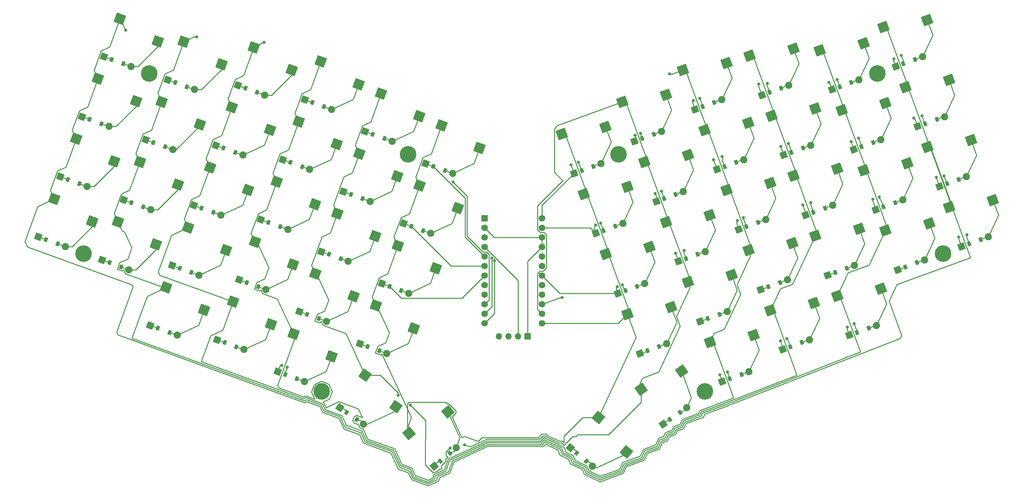
<source format=gbr>
%TF.GenerationSoftware,KiCad,Pcbnew,9.0.6*%
%TF.CreationDate,2025-12-06T01:16:03-05:00*%
%TF.ProjectId,tutorial,7475746f-7269-4616-9c2e-6b696361645f,v1.0.0*%
%TF.SameCoordinates,Original*%
%TF.FileFunction,Copper,L2,Bot*%
%TF.FilePolarity,Positive*%
%FSLAX46Y46*%
G04 Gerber Fmt 4.6, Leading zero omitted, Abs format (unit mm)*
G04 Created by KiCad (PCBNEW 9.0.6) date 2025-12-06 01:16:03*
%MOMM*%
%LPD*%
G01*
G04 APERTURE LIST*
G04 Aperture macros list*
%AMRotRect*
0 Rectangle, with rotation*
0 The origin of the aperture is its center*
0 $1 length*
0 $2 width*
0 $3 Rotation angle, in degrees counterclockwise*
0 Add horizontal line*
21,1,$1,$2,0,0,$3*%
G04 Aperture macros list end*
%TA.AperFunction,ComponentPad*%
%ADD10C,1.752600*%
%TD*%
%TA.AperFunction,ComponentPad*%
%ADD11R,1.752600X1.752600*%
%TD*%
%TA.AperFunction,SMDPad,CuDef*%
%ADD12RotRect,2.600000X2.600000X340.000000*%
%TD*%
%TA.AperFunction,SMDPad,CuDef*%
%ADD13RotRect,2.600000X2.600000X325.000000*%
%TD*%
%TA.AperFunction,SMDPad,CuDef*%
%ADD14RotRect,2.600000X2.600000X40.000000*%
%TD*%
%TA.AperFunction,SMDPad,CuDef*%
%ADD15RotRect,2.600000X2.600000X20.000000*%
%TD*%
%TA.AperFunction,SMDPad,CuDef*%
%ADD16RotRect,2.600000X2.600000X35.000000*%
%TD*%
%TA.AperFunction,ComponentPad*%
%ADD17C,1.905000*%
%TD*%
%TA.AperFunction,ComponentPad*%
%ADD18RotRect,1.778000X1.778000X340.000000*%
%TD*%
%TA.AperFunction,SMDPad,CuDef*%
%ADD19RotRect,0.900000X1.200000X340.000000*%
%TD*%
%TA.AperFunction,SMDPad,CuDef*%
%ADD20RotRect,2.600000X2.600000X320.000000*%
%TD*%
%TA.AperFunction,ComponentPad*%
%ADD21RotRect,1.778000X1.778000X325.000000*%
%TD*%
%TA.AperFunction,SMDPad,CuDef*%
%ADD22RotRect,0.900000X1.200000X325.000000*%
%TD*%
%TA.AperFunction,ComponentPad*%
%ADD23RotRect,1.778000X1.778000X20.000000*%
%TD*%
%TA.AperFunction,SMDPad,CuDef*%
%ADD24RotRect,0.900000X1.200000X20.000000*%
%TD*%
%TA.AperFunction,ComponentPad*%
%ADD25RotRect,1.778000X1.778000X40.000000*%
%TD*%
%TA.AperFunction,SMDPad,CuDef*%
%ADD26RotRect,0.900000X1.200000X40.000000*%
%TD*%
%TA.AperFunction,ComponentPad*%
%ADD27RotRect,1.778000X1.778000X35.000000*%
%TD*%
%TA.AperFunction,SMDPad,CuDef*%
%ADD28RotRect,0.900000X1.200000X35.000000*%
%TD*%
%TA.AperFunction,ComponentPad*%
%ADD29RotRect,1.778000X1.778000X320.000000*%
%TD*%
%TA.AperFunction,SMDPad,CuDef*%
%ADD30RotRect,0.900000X1.200000X320.000000*%
%TD*%
%TA.AperFunction,ComponentPad*%
%ADD31C,0.700000*%
%TD*%
%TA.AperFunction,ComponentPad*%
%ADD32C,4.400000*%
%TD*%
%TA.AperFunction,ComponentPad*%
%ADD33R,1.700000X1.700000*%
%TD*%
%TA.AperFunction,ComponentPad*%
%ADD34O,1.700000X1.700000*%
%TD*%
%TA.AperFunction,ViaPad*%
%ADD35C,0.800000*%
%TD*%
%TA.AperFunction,Conductor*%
%ADD36C,0.250000*%
%TD*%
G04 APERTURE END LIST*
D10*
%TO.P,MCU1,24*%
%TO.N,P9*%
X182363731Y-144241291D03*
%TO.P,MCU1,23*%
%TO.N,P8*%
X182363731Y-141701291D03*
%TO.P,MCU1,22*%
%TO.N,P7*%
X182363730Y-139161291D03*
%TO.P,MCU1,21*%
%TO.N,P6*%
X182363733Y-136621292D03*
%TO.P,MCU1,20*%
%TO.N,P5*%
X182363732Y-134081291D03*
%TO.P,MCU1,19*%
%TO.N,P4*%
X182363729Y-131541289D03*
%TO.P,MCU1,18*%
%TO.N,P3*%
X182363730Y-129001293D03*
%TO.P,MCU1,17*%
%TO.N,P2*%
X182363733Y-126461292D03*
%TO.P,MCU1,16*%
%TO.N,GND*%
X182363731Y-123921291D03*
%TO.P,MCU1,15*%
X182363730Y-121381291D03*
%TO.P,MCU1,14*%
%TO.N,P0*%
X182363731Y-118841291D03*
%TO.P,MCU1,13*%
%TO.N,P1*%
X182363731Y-116301291D03*
%TO.P,MCU1,12*%
%TO.N,P10*%
X167123731Y-144241291D03*
%TO.P,MCU1,11*%
%TO.N,P16*%
X167123731Y-141701291D03*
%TO.P,MCU1,10*%
%TO.N,P14*%
X167123732Y-139161291D03*
%TO.P,MCU1,9*%
%TO.N,P15*%
X167123731Y-136621291D03*
%TO.P,MCU1,8*%
%TO.N,P18*%
X167123729Y-134081290D03*
%TO.P,MCU1,7*%
%TO.N,P19*%
X167123732Y-131541289D03*
%TO.P,MCU1,6*%
%TO.N,P20*%
X167123733Y-129001293D03*
%TO.P,MCU1,5*%
%TO.N,P21*%
X167123730Y-126461291D03*
%TO.P,MCU1,4*%
%TO.N,VCC*%
X167123729Y-123921290D03*
%TO.P,MCU1,3*%
%TO.N,RST*%
X167123732Y-121381291D03*
%TO.P,MCU1,2*%
%TO.N,GND*%
X167123731Y-118841291D03*
D11*
%TO.P,MCU1,1*%
%TO.N,RAW*%
X167123731Y-116301291D03*
%TD*%
D12*
%TO.P,S19,2*%
%TO.N,index_mod*%
X126485487Y-153021620D03*
%TO.P,S19,1*%
%TO.N,P7*%
X116384482Y-147003960D03*
%TD*%
%TO.P,S20,2*%
%TO.N,index_bottom*%
X132299824Y-137046845D03*
%TO.P,S20,1*%
%TO.N,P8*%
X122198819Y-131029185D03*
%TD*%
%TO.P,S23,2*%
%TO.N,index_num*%
X149742855Y-89122523D03*
%TO.P,S23,1*%
%TO.N,P8*%
X139641850Y-83104863D03*
%TD*%
%TO.P,S18,2*%
%TO.N,middle_num*%
X133683438Y-80616925D03*
%TO.P,S18,1*%
%TO.N,P7*%
X123582433Y-74599265D03*
%TD*%
D13*
%TO.P,S28,2*%
%TO.N,layer_cluster*%
X143611106Y-166458787D03*
%TO.P,S28,1*%
%TO.N,P8*%
X135411771Y-158031846D03*
%TD*%
D12*
%TO.P,S25,2*%
%TO.N,inner_home*%
X154173587Y-129577666D03*
%TO.P,S25,1*%
%TO.N,P9*%
X144072582Y-123560006D03*
%TD*%
%TO.P,S24,2*%
%TO.N,inner_bottom*%
X148359232Y-145552439D03*
%TO.P,S24,1*%
%TO.N,P9*%
X138258227Y-139534779D03*
%TD*%
%TO.P,S21,2*%
%TO.N,index_home*%
X138114171Y-121072072D03*
%TO.P,S21,1*%
%TO.N,P8*%
X128013166Y-115054412D03*
%TD*%
%TO.P,S22,2*%
%TO.N,index_top*%
X143928508Y-105097293D03*
%TO.P,S22,1*%
%TO.N,P8*%
X133827503Y-99079633D03*
%TD*%
%TO.P,S27,2*%
%TO.N,inner_num*%
X165802269Y-97628117D03*
%TO.P,S27,1*%
%TO.N,P9*%
X155701264Y-91610457D03*
%TD*%
D14*
%TO.P,S29,1*%
%TO.N,P9*%
X147097237Y-173538478D03*
%TO.P,S29,2*%
%TO.N,space_cluster*%
X157359186Y-167799581D03*
%TD*%
D12*
%TO.P,S26,2*%
%TO.N,inner_top*%
X159987923Y-113602886D03*
%TO.P,S26,1*%
%TO.N,P9*%
X149886918Y-107585226D03*
%TD*%
D15*
%TO.P,S30,2*%
%TO.N,mirror_outer_bottom*%
X302107533Y-111459427D03*
%TO.P,S30,1*%
%TO.N,P14*%
X290501637Y-113342433D03*
%TD*%
%TO.P,S31,2*%
%TO.N,mirror_outer_home*%
X296293189Y-95484649D03*
%TO.P,S31,1*%
%TO.N,P14*%
X284687293Y-97367655D03*
%TD*%
%TO.P,S32,2*%
%TO.N,mirror_outer_top*%
X290478843Y-79509874D03*
%TO.P,S32,1*%
%TO.N,P14*%
X278872947Y-81392880D03*
%TD*%
D12*
%TO.P,S4,2*%
%TO.N,outer_num*%
X80374886Y-69195537D03*
%TO.P,S4,1*%
%TO.N,P14*%
X70273881Y-63177877D03*
%TD*%
%TO.P,S5,2*%
%TO.N,pinky_bottom*%
X79846317Y-123276224D03*
%TO.P,S5,1*%
%TO.N,P16*%
X69745312Y-117258564D03*
%TD*%
%TO.P,S6,2*%
%TO.N,pinky_home*%
X85660666Y-107301445D03*
%TO.P,S6,1*%
%TO.N,P16*%
X75559661Y-101283785D03*
%TD*%
%TO.P,S7,2*%
%TO.N,pinky_top*%
X91475001Y-91326673D03*
%TO.P,S7,1*%
%TO.N,P16*%
X81373996Y-85309013D03*
%TD*%
%TO.P,S10,2*%
%TO.N,ring_bottom*%
X98470889Y-124734121D03*
%TO.P,S10,1*%
%TO.N,P10*%
X88369884Y-118716461D03*
%TD*%
%TO.P,S11,2*%
%TO.N,ring_home*%
X104285231Y-108759349D03*
%TO.P,S11,1*%
%TO.N,P10*%
X94184226Y-102741689D03*
%TD*%
%TO.P,S12,2*%
%TO.N,ring_top*%
X110099576Y-92784578D03*
%TO.P,S12,1*%
%TO.N,P10*%
X99998571Y-86766918D03*
%TD*%
%TO.P,S13,2*%
%TO.N,ring_num*%
X115913921Y-76809792D03*
%TO.P,S13,1*%
%TO.N,P10*%
X105812916Y-70792132D03*
%TD*%
%TO.P,S14,2*%
%TO.N,middle_mod*%
X110426068Y-144516026D03*
%TO.P,S14,1*%
%TO.N,P10*%
X100325063Y-138498366D03*
%TD*%
%TO.P,S2,2*%
%TO.N,outer_home*%
X68746201Y-101145084D03*
%TO.P,S2,1*%
%TO.N,P14*%
X58645196Y-95127424D03*
%TD*%
%TO.P,S3,2*%
%TO.N,outer_top*%
X74560540Y-85170309D03*
%TO.P,S3,1*%
%TO.N,P14*%
X64459535Y-79152649D03*
%TD*%
%TO.P,S1,2*%
%TO.N,outer_bottom*%
X62931855Y-117119859D03*
%TO.P,S1,1*%
%TO.N,P14*%
X52830850Y-111102199D03*
%TD*%
%TO.P,S15,2*%
%TO.N,middle_bottom*%
X116240413Y-128541249D03*
%TO.P,S15,1*%
%TO.N,P7*%
X106139408Y-122523589D03*
%TD*%
%TO.P,S8,2*%
%TO.N,pinky_num*%
X97289344Y-75351896D03*
%TO.P,S8,1*%
%TO.N,P16*%
X87188339Y-69334236D03*
%TD*%
%TO.P,S9,2*%
%TO.N,ring_mod*%
X92656545Y-140708897D03*
%TO.P,S9,1*%
%TO.N,P16*%
X82555540Y-134691237D03*
%TD*%
%TO.P,S16,2*%
%TO.N,middle_home*%
X122054745Y-112566473D03*
%TO.P,S16,1*%
%TO.N,P7*%
X111953740Y-106548813D03*
%TD*%
%TO.P,S17,2*%
%TO.N,middle_top*%
X127869088Y-96591702D03*
%TO.P,S17,1*%
%TO.N,P7*%
X117768083Y-90574042D03*
%TD*%
D15*
%TO.P,S33,2*%
%TO.N,mirror_outer_num*%
X284664511Y-63535101D03*
%TO.P,S33,1*%
%TO.N,P14*%
X273058615Y-65418107D03*
%TD*%
%TO.P,S35,2*%
%TO.N,mirror_pinky_home*%
X279378720Y-101641011D03*
%TO.P,S35,1*%
%TO.N,P16*%
X267772824Y-103524017D03*
%TD*%
%TO.P,S36,2*%
%TO.N,mirror_pinky_top*%
X273564387Y-85666235D03*
%TO.P,S36,1*%
%TO.N,P16*%
X261958491Y-87549241D03*
%TD*%
%TO.P,S38,2*%
%TO.N,mirror_ring_mod*%
X272382840Y-135048458D03*
%TO.P,S38,1*%
%TO.N,P16*%
X260776944Y-136931464D03*
%TD*%
%TO.P,S34,2*%
%TO.N,mirror_pinky_bottom*%
X285193066Y-117615786D03*
%TO.P,S34,1*%
%TO.N,P16*%
X273587170Y-119498792D03*
%TD*%
%TO.P,S42,2*%
%TO.N,mirror_ring_num*%
X249125472Y-71149359D03*
%TO.P,S42,1*%
%TO.N,P10*%
X237519576Y-73032365D03*
%TD*%
%TO.P,S43,2*%
%TO.N,mirror_middle_mod*%
X254613328Y-138855588D03*
%TO.P,S43,1*%
%TO.N,P10*%
X243007432Y-140738594D03*
%TD*%
%TO.P,S37,2*%
%TO.N,mirror_pinky_num*%
X267750039Y-69691459D03*
%TO.P,S37,1*%
%TO.N,P16*%
X256144143Y-71574465D03*
%TD*%
%TO.P,S44,2*%
%TO.N,mirror_middle_bottom*%
X248798982Y-122880817D03*
%TO.P,S44,1*%
%TO.N,P7*%
X237193086Y-124763823D03*
%TD*%
%TO.P,S39,2*%
%TO.N,mirror_ring_bottom*%
X266568500Y-119073686D03*
%TO.P,S39,1*%
%TO.N,P10*%
X254962604Y-120956692D03*
%TD*%
%TO.P,S47,2*%
%TO.N,mirror_middle_num*%
X231355950Y-74956489D03*
%TO.P,S47,1*%
%TO.N,P7*%
X219750054Y-76839495D03*
%TD*%
%TO.P,S40,2*%
%TO.N,mirror_ring_home*%
X260754158Y-103098914D03*
%TO.P,S40,1*%
%TO.N,P10*%
X249148262Y-104981920D03*
%TD*%
%TO.P,S41,2*%
%TO.N,mirror_ring_top*%
X254939815Y-87124136D03*
%TO.P,S41,1*%
%TO.N,P10*%
X243333919Y-89007142D03*
%TD*%
%TO.P,S48,2*%
%TO.N,mirror_index_mod*%
X238553908Y-147361190D03*
%TO.P,S48,1*%
%TO.N,P7*%
X226948012Y-149244196D03*
%TD*%
%TO.P,S46,2*%
%TO.N,mirror_middle_top*%
X237170298Y-90931266D03*
%TO.P,S46,1*%
%TO.N,P7*%
X225564402Y-92814272D03*
%TD*%
%TO.P,S49,2*%
%TO.N,mirror_index_bottom*%
X232739563Y-131386411D03*
%TO.P,S49,1*%
%TO.N,P8*%
X221133667Y-133269417D03*
%TD*%
%TO.P,S50,2*%
%TO.N,mirror_index_home*%
X226925223Y-115411634D03*
%TO.P,S50,1*%
%TO.N,P8*%
X215319327Y-117294640D03*
%TD*%
%TO.P,S45,2*%
%TO.N,mirror_middle_home*%
X242984638Y-106906044D03*
%TO.P,S45,1*%
%TO.N,P7*%
X231378742Y-108789050D03*
%TD*%
D16*
%TO.P,S57,2*%
%TO.N,mirror_layer_cluster*%
X219433329Y-156966096D03*
%TO.P,S57,1*%
%TO.N,P8*%
X208710257Y-161788767D03*
%TD*%
D17*
%TO.P,D1,2*%
%TO.N,outer_bottom*%
X55743451Y-123815046D03*
D18*
%TO.P,D1,1*%
%TO.N,P18*%
X48582993Y-121208852D03*
D19*
X50612731Y-121947613D03*
%TO.P,D1,2*%
%TO.N,outer_bottom*%
X53713713Y-123076285D03*
%TD*%
D15*
%TO.P,S56,2*%
%TO.N,mirror_inner_num*%
X199237115Y-91967683D03*
%TO.P,S56,1*%
%TO.N,P9*%
X187631219Y-93850689D03*
%TD*%
D17*
%TO.P,D4,2*%
%TO.N,outer_num*%
X73186483Y-75890719D03*
D18*
%TO.P,D4,1*%
%TO.N,P21*%
X66026025Y-73284525D03*
D19*
X68055763Y-74023286D03*
%TO.P,D4,2*%
%TO.N,outer_num*%
X71156745Y-75151958D03*
%TD*%
D15*
%TO.P,S53,2*%
%TO.N,mirror_inner_bottom*%
X216680149Y-139892004D03*
%TO.P,S53,1*%
%TO.N,P9*%
X205074253Y-141775010D03*
%TD*%
%TO.P,S52,2*%
%TO.N,mirror_index_num*%
X215296538Y-83462085D03*
%TO.P,S52,1*%
%TO.N,P8*%
X203690642Y-85345091D03*
%TD*%
%TO.P,S51,2*%
%TO.N,mirror_index_top*%
X221110878Y-99436854D03*
%TO.P,S51,1*%
%TO.N,P8*%
X209504982Y-101319860D03*
%TD*%
%TO.P,S54,2*%
%TO.N,mirror_inner_home*%
X210865811Y-123917231D03*
%TO.P,S54,1*%
%TO.N,P9*%
X199259915Y-125800237D03*
%TD*%
%TO.P,S55,2*%
%TO.N,mirror_inner_top*%
X205051457Y-107942457D03*
%TO.P,S55,1*%
%TO.N,P9*%
X193445561Y-109825463D03*
%TD*%
D20*
%TO.P,S58,2*%
%TO.N,mirror_space_cluster*%
X204806321Y-178437713D03*
%TO.P,S58,1*%
%TO.N,P9*%
X197372644Y-169328219D03*
%TD*%
D17*
%TO.P,D2,2*%
%TO.N,outer_home*%
X61557787Y-107840270D03*
D18*
%TO.P,D2,1*%
%TO.N,P19*%
X54397329Y-105234076D03*
D19*
X56427067Y-105972837D03*
%TO.P,D2,2*%
%TO.N,outer_home*%
X59528049Y-107101509D03*
%TD*%
D17*
%TO.P,D3,2*%
%TO.N,outer_top*%
X67372135Y-91865496D03*
D18*
%TO.P,D3,1*%
%TO.N,P20*%
X60211677Y-89259302D03*
D19*
X62241415Y-89998063D03*
%TO.P,D3,2*%
%TO.N,outer_top*%
X65342397Y-91126735D03*
%TD*%
D17*
%TO.P,D7,2*%
%TO.N,pinky_top*%
X84286597Y-98021858D03*
D18*
%TO.P,D7,1*%
%TO.N,P20*%
X77126139Y-95415664D03*
D19*
X79155877Y-96154425D03*
%TO.P,D7,2*%
%TO.N,pinky_top*%
X82256859Y-97283097D03*
%TD*%
D17*
%TO.P,D5,2*%
%TO.N,pinky_bottom*%
X72657915Y-129971406D03*
D18*
%TO.P,D5,1*%
%TO.N,P18*%
X65497457Y-127365212D03*
D19*
X67527195Y-128103973D03*
%TO.P,D5,2*%
%TO.N,pinky_bottom*%
X70628177Y-129232645D03*
%TD*%
D17*
%TO.P,D8,2*%
%TO.N,pinky_num*%
X90100944Y-82047078D03*
D18*
%TO.P,D8,1*%
%TO.N,P21*%
X82940486Y-79440884D03*
D19*
X84970224Y-80179645D03*
%TO.P,D8,2*%
%TO.N,pinky_num*%
X88071206Y-81308317D03*
%TD*%
D17*
%TO.P,D6,2*%
%TO.N,pinky_home*%
X78472262Y-113996637D03*
D18*
%TO.P,D6,1*%
%TO.N,P19*%
X71311804Y-111390443D03*
D19*
X73341542Y-112129204D03*
%TO.P,D6,2*%
%TO.N,pinky_home*%
X76442524Y-113257876D03*
%TD*%
D17*
%TO.P,D9,2*%
%TO.N,ring_mod*%
X85468144Y-147404084D03*
D18*
%TO.P,D9,1*%
%TO.N,P15*%
X78307686Y-144797890D03*
D19*
X80337424Y-145536651D03*
%TO.P,D9,2*%
%TO.N,ring_mod*%
X83438406Y-146665323D03*
%TD*%
D17*
%TO.P,D10,2*%
%TO.N,ring_bottom*%
X91282489Y-131429304D03*
D18*
%TO.P,D10,1*%
%TO.N,P18*%
X84122031Y-128823110D03*
D19*
X86151769Y-129561871D03*
%TO.P,D10,2*%
%TO.N,ring_bottom*%
X89252751Y-130690543D03*
%TD*%
D17*
%TO.P,D13,2*%
%TO.N,ring_num*%
X108725518Y-83504977D03*
D18*
%TO.P,D13,1*%
%TO.N,P21*%
X101565060Y-80898783D03*
D19*
X103594798Y-81637544D03*
%TO.P,D13,2*%
%TO.N,ring_num*%
X106695780Y-82766216D03*
%TD*%
D17*
%TO.P,D17,2*%
%TO.N,middle_top*%
X120680685Y-103286886D03*
D18*
%TO.P,D17,1*%
%TO.N,P20*%
X113520227Y-100680692D03*
D19*
X115549965Y-101419453D03*
%TO.P,D17,2*%
%TO.N,middle_top*%
X118650947Y-102548125D03*
%TD*%
D17*
%TO.P,D20,2*%
%TO.N,index_bottom*%
X125111420Y-143742030D03*
D18*
%TO.P,D20,1*%
%TO.N,P18*%
X117950962Y-141135836D03*
D19*
X119980700Y-141874597D03*
%TO.P,D20,2*%
%TO.N,index_bottom*%
X123081682Y-143003269D03*
%TD*%
D17*
%TO.P,D11,2*%
%TO.N,ring_home*%
X97096828Y-115454530D03*
D18*
%TO.P,D11,1*%
%TO.N,P19*%
X89936370Y-112848336D03*
D19*
X91966108Y-113587097D03*
%TO.P,D11,2*%
%TO.N,ring_home*%
X95067090Y-114715769D03*
%TD*%
D17*
%TO.P,D18,2*%
%TO.N,middle_num*%
X126495031Y-87312115D03*
D18*
%TO.P,D18,1*%
%TO.N,P21*%
X119334573Y-84705921D03*
D19*
X121364311Y-85444682D03*
%TO.P,D18,2*%
%TO.N,middle_num*%
X124465293Y-86573354D03*
%TD*%
D17*
%TO.P,D12,2*%
%TO.N,ring_top*%
X102911170Y-99479757D03*
D18*
%TO.P,D12,1*%
%TO.N,P20*%
X95750712Y-96873563D03*
D19*
X97780450Y-97612324D03*
%TO.P,D12,2*%
%TO.N,ring_top*%
X100881432Y-98740996D03*
%TD*%
D17*
%TO.P,D14,2*%
%TO.N,middle_mod*%
X103237664Y-151211211D03*
D18*
%TO.P,D14,1*%
%TO.N,P15*%
X96077206Y-148605017D03*
D19*
X98106944Y-149343778D03*
%TO.P,D14,2*%
%TO.N,middle_mod*%
X101207926Y-150472450D03*
%TD*%
D17*
%TO.P,D16,2*%
%TO.N,middle_home*%
X114866346Y-119261661D03*
D18*
%TO.P,D16,1*%
%TO.N,P19*%
X107705888Y-116655467D03*
D19*
X109735626Y-117394228D03*
%TO.P,D16,2*%
%TO.N,middle_home*%
X112836608Y-118522900D03*
%TD*%
D17*
%TO.P,D15,2*%
%TO.N,middle_bottom*%
X109052011Y-135236440D03*
D18*
%TO.P,D15,1*%
%TO.N,P18*%
X101891553Y-132630246D03*
D19*
X103921291Y-133369007D03*
%TO.P,D15,2*%
%TO.N,middle_bottom*%
X107022273Y-134497679D03*
%TD*%
D17*
%TO.P,D19,2*%
%TO.N,index_mod*%
X119297074Y-159716803D03*
D18*
%TO.P,D19,1*%
%TO.N,P15*%
X112136616Y-157110609D03*
D19*
X114166354Y-157849370D03*
%TO.P,D19,2*%
%TO.N,index_mod*%
X117267336Y-158978042D03*
%TD*%
D17*
%TO.P,D23,2*%
%TO.N,index_num*%
X142554448Y-95817711D03*
D18*
%TO.P,D23,1*%
%TO.N,P21*%
X135393990Y-93211517D03*
D19*
X137423728Y-93950278D03*
%TO.P,D23,2*%
%TO.N,index_num*%
X140524710Y-95078950D03*
%TD*%
D17*
%TO.P,D25,2*%
%TO.N,inner_home*%
X146985177Y-136272850D03*
D18*
%TO.P,D25,1*%
%TO.N,P19*%
X139824719Y-133666656D03*
D19*
X141854457Y-134405417D03*
%TO.P,D25,2*%
%TO.N,inner_home*%
X144955439Y-135534089D03*
%TD*%
D17*
%TO.P,D26,2*%
%TO.N,inner_top*%
X152799525Y-120298073D03*
D18*
%TO.P,D26,1*%
%TO.N,P20*%
X145639067Y-117691879D03*
D19*
X147668805Y-118430640D03*
%TO.P,D26,2*%
%TO.N,inner_top*%
X150769787Y-119559312D03*
%TD*%
D17*
%TO.P,D27,2*%
%TO.N,inner_num*%
X158613865Y-104323305D03*
D18*
%TO.P,D27,1*%
%TO.N,P21*%
X151453407Y-101717111D03*
D19*
X153483145Y-102455872D03*
%TO.P,D27,2*%
%TO.N,inner_num*%
X156584127Y-103584544D03*
%TD*%
D17*
%TO.P,D21,2*%
%TO.N,index_home*%
X130925765Y-127767263D03*
D18*
%TO.P,D21,1*%
%TO.N,P19*%
X123765307Y-125161069D03*
D19*
X125795045Y-125899830D03*
%TO.P,D21,2*%
%TO.N,index_home*%
X128896027Y-127028502D03*
%TD*%
D17*
%TO.P,D28,2*%
%TO.N,layer_cluster*%
X134934796Y-171065350D03*
D21*
%TO.P,D28,1*%
%TO.N,P15*%
X128692858Y-166694698D03*
D22*
X130462229Y-167933626D03*
%TO.P,D28,2*%
%TO.N,layer_cluster*%
X133165425Y-169826422D03*
%TD*%
D17*
%TO.P,D22,2*%
%TO.N,index_top*%
X136740107Y-111792483D03*
D18*
%TO.P,D22,1*%
%TO.N,P20*%
X129579649Y-109186289D03*
D19*
X131609387Y-109925050D03*
%TO.P,D22,2*%
%TO.N,index_top*%
X134710369Y-111053722D03*
%TD*%
D17*
%TO.P,D24,2*%
%TO.N,inner_bottom*%
X141170837Y-152247623D03*
D18*
%TO.P,D24,1*%
%TO.N,P18*%
X134010379Y-149641429D03*
D19*
X136040117Y-150380190D03*
%TO.P,D24,2*%
%TO.N,inner_bottom*%
X139141099Y-151508862D03*
%TD*%
D17*
%TO.P,D35,2*%
%TO.N,mirror_pinky_home*%
X278175673Y-111390434D03*
D23*
%TO.P,D35,1*%
%TO.N,P4*%
X271015215Y-113996628D03*
D24*
X273044950Y-113257861D03*
%TO.P,D35,2*%
%TO.N,mirror_pinky_home*%
X276145938Y-112129201D03*
%TD*%
D17*
%TO.P,D30,2*%
%TO.N,mirror_outer_bottom*%
X300904481Y-121208852D03*
D23*
%TO.P,D30,1*%
%TO.N,P5*%
X293744023Y-123815046D03*
D24*
X295773758Y-123076279D03*
%TO.P,D30,2*%
%TO.N,mirror_outer_bottom*%
X298874746Y-121947619D03*
%TD*%
D17*
%TO.P,D31,2*%
%TO.N,mirror_outer_home*%
X295090136Y-105234071D03*
D23*
%TO.P,D31,1*%
%TO.N,P4*%
X287929678Y-107840265D03*
D24*
X289959413Y-107101498D03*
%TO.P,D31,2*%
%TO.N,mirror_outer_home*%
X293060401Y-105972838D03*
%TD*%
D17*
%TO.P,D32,2*%
%TO.N,mirror_outer_top*%
X289275791Y-89259300D03*
D23*
%TO.P,D32,1*%
%TO.N,P0*%
X282115333Y-91865494D03*
D24*
X284145068Y-91126727D03*
%TO.P,D32,2*%
%TO.N,mirror_outer_top*%
X287246056Y-89998067D03*
%TD*%
D17*
%TO.P,D34,2*%
%TO.N,mirror_pinky_bottom*%
X283990010Y-127365210D03*
D23*
%TO.P,D34,1*%
%TO.N,P5*%
X276829552Y-129971404D03*
D24*
X278859287Y-129232637D03*
%TO.P,D34,2*%
%TO.N,mirror_pinky_bottom*%
X281960275Y-128103977D03*
%TD*%
D17*
%TO.P,D42,2*%
%TO.N,mirror_ring_num*%
X247922416Y-80898787D03*
D23*
%TO.P,D42,1*%
%TO.N,P1*%
X240761958Y-83504981D03*
D24*
X242791693Y-82766214D03*
%TO.P,D42,2*%
%TO.N,mirror_ring_num*%
X245892681Y-81637554D03*
%TD*%
D17*
%TO.P,D41,2*%
%TO.N,mirror_ring_top*%
X253736758Y-96873566D03*
D23*
%TO.P,D41,1*%
%TO.N,P0*%
X246576300Y-99479760D03*
D24*
X248606035Y-98740993D03*
%TO.P,D41,2*%
%TO.N,mirror_ring_top*%
X251707023Y-97612333D03*
%TD*%
D17*
%TO.P,D33,2*%
%TO.N,mirror_outer_num*%
X283461450Y-73284526D03*
D23*
%TO.P,D33,1*%
%TO.N,P1*%
X276300992Y-75890720D03*
D24*
X278330727Y-75151953D03*
%TO.P,D33,2*%
%TO.N,mirror_outer_num*%
X281431715Y-74023293D03*
%TD*%
D17*
%TO.P,D29,2*%
%TO.N,space_cluster*%
X159563188Y-177372516D03*
D25*
%TO.P,D29,1*%
%TO.N,P15*%
X153725930Y-182270558D03*
D26*
X155380587Y-180882137D03*
%TO.P,D29,2*%
%TO.N,space_cluster*%
X157908531Y-178760937D03*
%TD*%
D17*
%TO.P,D36,2*%
%TO.N,mirror_pinky_top*%
X272361330Y-95415663D03*
D23*
%TO.P,D36,1*%
%TO.N,P0*%
X265200872Y-98021857D03*
D24*
X267230607Y-97283090D03*
%TO.P,D36,2*%
%TO.N,mirror_pinky_top*%
X270331595Y-96154430D03*
%TD*%
D17*
%TO.P,D39,2*%
%TO.N,mirror_ring_bottom*%
X265365445Y-128823113D03*
D23*
%TO.P,D39,1*%
%TO.N,P5*%
X258204987Y-131429307D03*
D24*
X260234722Y-130690540D03*
%TO.P,D39,2*%
%TO.N,mirror_ring_bottom*%
X263335710Y-129561880D03*
%TD*%
D17*
%TO.P,D37,2*%
%TO.N,mirror_pinky_num*%
X266546988Y-79440895D03*
D23*
%TO.P,D37,1*%
%TO.N,P1*%
X259386530Y-82047089D03*
D24*
X261416265Y-81308322D03*
%TO.P,D37,2*%
%TO.N,mirror_pinky_num*%
X264517253Y-80179662D03*
%TD*%
D17*
%TO.P,D38,2*%
%TO.N,mirror_ring_mod*%
X271179785Y-144797890D03*
D23*
%TO.P,D38,1*%
%TO.N,P6*%
X264019327Y-147404084D03*
D24*
X266049062Y-146665317D03*
%TO.P,D38,2*%
%TO.N,mirror_ring_mod*%
X269150050Y-145536657D03*
%TD*%
D17*
%TO.P,D40,2*%
%TO.N,mirror_ring_home*%
X259551098Y-112848339D03*
D23*
%TO.P,D40,1*%
%TO.N,P4*%
X252390640Y-115454533D03*
D24*
X254420375Y-114715766D03*
%TO.P,D40,2*%
%TO.N,mirror_ring_home*%
X257521363Y-113587106D03*
%TD*%
D17*
%TO.P,D43,2*%
%TO.N,mirror_middle_mod*%
X253410267Y-148605020D03*
D23*
%TO.P,D43,1*%
%TO.N,P6*%
X246249809Y-151211214D03*
D24*
X248279544Y-150472447D03*
%TO.P,D43,2*%
%TO.N,mirror_middle_mod*%
X251380532Y-149343787D03*
%TD*%
D17*
%TO.P,D44,2*%
%TO.N,mirror_middle_bottom*%
X247595927Y-132630246D03*
D23*
%TO.P,D44,1*%
%TO.N,P5*%
X240435469Y-135236440D03*
D24*
X242465204Y-134497673D03*
%TO.P,D44,2*%
%TO.N,mirror_middle_bottom*%
X245566192Y-133369013D03*
%TD*%
D17*
%TO.P,D45,2*%
%TO.N,mirror_middle_home*%
X241781586Y-116655471D03*
D23*
%TO.P,D45,1*%
%TO.N,P4*%
X234621128Y-119261665D03*
D24*
X236650863Y-118522898D03*
%TO.P,D45,2*%
%TO.N,mirror_middle_home*%
X239751851Y-117394238D03*
%TD*%
D17*
%TO.P,D46,2*%
%TO.N,mirror_middle_top*%
X235967238Y-100680696D03*
D23*
%TO.P,D46,1*%
%TO.N,P0*%
X228806780Y-103286890D03*
D24*
X230836515Y-102548123D03*
%TO.P,D46,2*%
%TO.N,mirror_middle_top*%
X233937503Y-101419463D03*
%TD*%
D17*
%TO.P,D48,2*%
%TO.N,mirror_index_mod*%
X237350853Y-157110614D03*
D23*
%TO.P,D48,1*%
%TO.N,P6*%
X230190395Y-159716808D03*
D24*
X232220130Y-158978041D03*
%TO.P,D48,2*%
%TO.N,mirror_index_mod*%
X235321118Y-157849381D03*
%TD*%
D17*
%TO.P,D50,2*%
%TO.N,mirror_index_home*%
X225722167Y-125161061D03*
D23*
%TO.P,D50,1*%
%TO.N,P4*%
X218561709Y-127767255D03*
D24*
X220591444Y-127028488D03*
%TO.P,D50,2*%
%TO.N,mirror_index_home*%
X223692432Y-125899828D03*
%TD*%
D17*
%TO.P,D52,2*%
%TO.N,mirror_index_num*%
X214093486Y-93211515D03*
D23*
%TO.P,D52,1*%
%TO.N,P1*%
X206933028Y-95817709D03*
D24*
X208962763Y-95078942D03*
%TO.P,D52,2*%
%TO.N,mirror_index_num*%
X212063751Y-93950282D03*
%TD*%
D17*
%TO.P,D51,2*%
%TO.N,mirror_index_top*%
X219907824Y-109186288D03*
D23*
%TO.P,D51,1*%
%TO.N,P0*%
X212747366Y-111792482D03*
D24*
X214777101Y-111053715D03*
%TO.P,D51,2*%
%TO.N,mirror_index_top*%
X217878089Y-109925055D03*
%TD*%
D17*
%TO.P,D47,2*%
%TO.N,mirror_middle_num*%
X230152902Y-84705923D03*
D23*
%TO.P,D47,1*%
%TO.N,P1*%
X222992444Y-87312117D03*
D24*
X225022179Y-86573350D03*
%TO.P,D47,2*%
%TO.N,mirror_middle_num*%
X228123167Y-85444690D03*
%TD*%
D17*
%TO.P,D56,2*%
%TO.N,mirror_inner_num*%
X198034061Y-101717112D03*
D23*
%TO.P,D56,1*%
%TO.N,P1*%
X190873603Y-104323306D03*
D24*
X192903338Y-103584539D03*
%TO.P,D56,2*%
%TO.N,mirror_inner_num*%
X196004326Y-102455879D03*
%TD*%
D17*
%TO.P,D57,2*%
%TO.N,mirror_layer_cluster*%
X220794611Y-166694699D03*
D27*
%TO.P,D57,1*%
%TO.N,P6*%
X214552673Y-171065351D03*
D28*
X216322045Y-169826424D03*
%TO.P,D57,2*%
%TO.N,mirror_layer_cluster*%
X219025239Y-167933626D03*
%TD*%
D17*
%TO.P,D53,2*%
%TO.N,mirror_inner_bottom*%
X215477097Y-149641431D03*
D23*
%TO.P,D53,1*%
%TO.N,P5*%
X208316639Y-152247625D03*
D24*
X210346374Y-151508858D03*
%TO.P,D53,2*%
%TO.N,mirror_inner_bottom*%
X213447362Y-150380198D03*
%TD*%
D17*
%TO.P,D49,2*%
%TO.N,mirror_index_bottom*%
X231536511Y-141135837D03*
D23*
%TO.P,D49,1*%
%TO.N,P5*%
X224376053Y-143742031D03*
D24*
X226405788Y-143003264D03*
%TO.P,D49,2*%
%TO.N,mirror_index_bottom*%
X229506776Y-141874604D03*
%TD*%
D17*
%TO.P,D54,2*%
%TO.N,mirror_inner_home*%
X209662749Y-133666657D03*
D23*
%TO.P,D54,1*%
%TO.N,P4*%
X202502291Y-136272851D03*
D24*
X204532026Y-135534084D03*
%TO.P,D54,2*%
%TO.N,mirror_inner_home*%
X207633014Y-134405424D03*
%TD*%
D17*
%TO.P,D58,2*%
%TO.N,mirror_space_cluster*%
X195761539Y-182270559D03*
D29*
%TO.P,D58,1*%
%TO.N,P6*%
X189924281Y-177372517D03*
D30*
X191578938Y-178760937D03*
%TO.P,D58,2*%
%TO.N,mirror_space_cluster*%
X194106882Y-180882139D03*
%TD*%
D17*
%TO.P,D55,2*%
%TO.N,mirror_inner_top*%
X203848409Y-117691887D03*
D23*
%TO.P,D55,1*%
%TO.N,P0*%
X196687951Y-120298081D03*
D24*
X198717686Y-119559314D03*
%TO.P,D55,2*%
%TO.N,mirror_inner_top*%
X201818674Y-118430654D03*
%TD*%
D31*
%TO.P,_1,1*%
%TO.N,N/C*%
X78593610Y-76209288D03*
X79579765Y-78324115D03*
X76533869Y-78457099D03*
X77331954Y-76264374D03*
X76478783Y-77195443D03*
X79524679Y-77062459D03*
X77464938Y-79310270D03*
D32*
X78029274Y-77759779D03*
D31*
X78726594Y-79255184D03*
%TD*%
%TO.P,_2,1*%
%TO.N,N/C*%
X61150587Y-124133603D03*
X62136742Y-126248430D03*
X59090846Y-126381414D03*
X59888931Y-124188689D03*
X59035760Y-125119758D03*
X62081656Y-124986774D03*
X60021915Y-127234585D03*
D32*
X60586251Y-125684094D03*
D31*
X61283571Y-127179499D03*
%TD*%
%TO.P,_3,1*%
%TO.N,N/C*%
X147380149Y-97733749D03*
X148366304Y-99848576D03*
X145320408Y-99981560D03*
X146118493Y-97788835D03*
X145265322Y-98719904D03*
X148311218Y-98586920D03*
X146251477Y-100834731D03*
D32*
X146815813Y-99284240D03*
D31*
X147513133Y-100779645D03*
%TD*%
D33*
%TO.P,OLED1,1*%
%TO.N,GND*%
X178543733Y-147671290D03*
D34*
%TO.P,OLED1,2*%
%TO.N,VCC*%
X176003732Y-147671293D03*
%TO.P,OLED1,3*%
%TO.N,P3*%
X173463733Y-147671292D03*
%TO.P,OLED1,4*%
%TO.N,P2*%
X170923731Y-147671292D03*
%TD*%
D31*
%TO.P,_8,1*%
%TO.N,N/C*%
X225073979Y-160834102D03*
X227188803Y-161820266D03*
X224940991Y-163880002D03*
X224142903Y-161687278D03*
X224087815Y-162948926D03*
X226335627Y-160889190D03*
X226202639Y-163935090D03*
D32*
X225638309Y-162384596D03*
D31*
X227133715Y-163081914D03*
%TD*%
%TO.P,_6,1*%
%TO.N,N/C*%
X288336886Y-124133605D03*
X290451710Y-125119769D03*
X288203898Y-127179505D03*
X287405810Y-124986781D03*
X287350722Y-126248429D03*
X289598534Y-124188693D03*
X289465546Y-127234593D03*
D32*
X288901216Y-125684099D03*
D31*
X290396622Y-126381417D03*
%TD*%
%TO.P,_4,1*%
%TO.N,N/C*%
X124413497Y-160834112D03*
X125399652Y-162948939D03*
X122353756Y-163081923D03*
X123151841Y-160889198D03*
X122298670Y-161820267D03*
X125344566Y-161687283D03*
X123284825Y-163935094D03*
D32*
X123849161Y-162384603D03*
D31*
X124546481Y-163880008D03*
%TD*%
%TO.P,_7,1*%
%TO.N,N/C*%
X202107328Y-97733747D03*
X204222152Y-98719911D03*
X201974340Y-100779647D03*
X201176252Y-98586923D03*
X201121164Y-99848571D03*
X203368976Y-97788835D03*
X203235988Y-100834735D03*
D32*
X202671658Y-99284241D03*
D31*
X204167064Y-99981559D03*
%TD*%
%TO.P,_5,1*%
%TO.N,N/C*%
X270893862Y-76209277D03*
X273008686Y-77195441D03*
X270760874Y-79255177D03*
X269962786Y-77062453D03*
X269907698Y-78324101D03*
X272155510Y-76264365D03*
X272022522Y-79310265D03*
D32*
X271458192Y-77759771D03*
D31*
X272953598Y-78457089D03*
%TD*%
D35*
%TO.N,P1*%
X192054920Y-101402638D03*
X190104979Y-102112359D03*
%TO.N,P5*%
X295196453Y-120689284D03*
X293060724Y-121253790D03*
%TO.N,P4*%
X289145198Y-105013574D03*
X287058443Y-105347419D03*
%TO.N,P0*%
X283260295Y-89064480D03*
X281124566Y-89628987D03*
%TO.N,P1*%
X277821829Y-72952899D03*
X275822910Y-73893281D03*
X260787828Y-79365604D03*
X258532564Y-80186452D03*
%TO.N,P0*%
X266465361Y-94964501D03*
X264466442Y-95904883D03*
%TO.N,P4*%
X271954957Y-110631803D03*
X270263511Y-111247438D03*
%TO.N,P6*%
X265283821Y-144346724D03*
X263472839Y-145218703D03*
%TO.N,P4*%
X253774671Y-112140832D03*
X251638944Y-112705339D03*
%TO.N,P0*%
X245773470Y-97174844D03*
X247840794Y-96422400D03*
%TO.N,P1*%
X239941855Y-80567851D03*
X242214390Y-80379221D03*
X224291136Y-84348727D03*
X222599690Y-84964363D03*
%TO.N,P0*%
X230156609Y-99879219D03*
X227901346Y-100700068D03*
%TO.N,P4*%
X235851417Y-116110337D03*
X234228375Y-116913912D03*
%TO.N,P6*%
X245669120Y-148931865D03*
X247360566Y-148316228D03*
X229592774Y-157975709D03*
X231660098Y-157223265D03*
%TO.N,P4*%
X217827282Y-125650284D03*
X220082545Y-124829434D03*
%TO.N,P0*%
X212457221Y-109726638D03*
X214148667Y-109111002D03*
%TO.N,P1*%
X207059605Y-94238694D03*
X208539537Y-93700043D03*
%TO.N,P0*%
X196551541Y-118069860D03*
X197937671Y-117565350D03*
%TO.N,P4*%
X202367459Y-134469733D03*
X203730013Y-133973802D03*
%TO.N,P15*%
X114703178Y-155901515D03*
X113285891Y-155385665D03*
%TO.N,P8*%
X161766573Y-176552703D03*
X158011737Y-177429632D03*
%TO.N,P7*%
X216258781Y-77862848D03*
X187706621Y-137419997D03*
%TO.N,P10*%
X108507670Y-69436975D03*
%TO.N,P16*%
X90703258Y-68064750D03*
%TO.N,P14*%
X71771218Y-66282106D03*
%TO.N,P10*%
X169776031Y-127598896D03*
%TO.N,P16*%
X169051035Y-126873895D03*
%TO.N,P14*%
X158706989Y-106654411D03*
%TO.N,P8*%
X147389863Y-165971535D03*
X144154970Y-163387803D03*
%TD*%
D36*
%TO.N,P1*%
X192837973Y-103554059D02*
X192903338Y-103584539D01*
X192054920Y-101402638D02*
X192837973Y-103554059D01*
X190084707Y-102155831D02*
X190104979Y-102112359D01*
X190873603Y-104323305D02*
X190084707Y-102155831D01*
%TO.N,P5*%
X295196453Y-120689284D02*
X295032744Y-121040359D01*
X292920923Y-121553595D02*
X293060724Y-121253790D01*
X295032744Y-121040359D02*
X295773758Y-123076281D01*
X293744022Y-123815046D02*
X292920923Y-121553595D01*
%TO.N,P4*%
X289894046Y-107071017D02*
X289959414Y-107101499D01*
X289145198Y-105013574D02*
X289894046Y-107071017D01*
X287038176Y-105390882D02*
X287058443Y-105347419D01*
X287929678Y-107840264D02*
X287038176Y-105390882D01*
%TO.N,P0*%
X283983464Y-91051371D02*
X284145069Y-91126729D01*
X283260295Y-89064480D02*
X283983464Y-91051371D01*
X281337440Y-89728252D02*
X281124566Y-89628987D01*
X282115333Y-91865494D02*
X281337440Y-89728252D01*
%TO.N,P1*%
X278494438Y-74800876D02*
X278330727Y-75151954D01*
X277821829Y-72952899D02*
X278494438Y-74800876D01*
X275683106Y-74193092D02*
X275822910Y-73893281D01*
X276300992Y-75890721D02*
X275683106Y-74193092D01*
X261460439Y-81213588D02*
X261416265Y-81308322D01*
X260787828Y-79365604D02*
X261460439Y-81213588D01*
X258745444Y-80285719D02*
X258532564Y-80186452D01*
X259386530Y-82047088D02*
X258745444Y-80285719D01*
%TO.N,P0*%
X267274781Y-97188362D02*
X267230607Y-97283090D01*
X266465361Y-94964501D02*
X267274781Y-97188362D01*
X264446175Y-95948344D02*
X264466442Y-95904883D01*
X265200873Y-98021857D02*
X264446175Y-95948344D01*
%TO.N,P4*%
X272390189Y-111458919D02*
X273044951Y-113257861D01*
X272228574Y-111383557D02*
X272390189Y-111458919D01*
X271954957Y-110631803D02*
X272228574Y-111383557D01*
X270123711Y-111547240D02*
X270263511Y-111247438D01*
X271015216Y-113996628D02*
X270123711Y-111547240D01*
%TO.N,P5*%
X278859286Y-129232643D02*
X278859287Y-129232638D01*
X276829552Y-129971404D02*
X278859286Y-129232643D01*
%TO.N,P6*%
X265283821Y-144346724D02*
X266093239Y-146570581D01*
X266093239Y-146570581D02*
X266049062Y-146665317D01*
X263333036Y-145518513D02*
X263472839Y-145218703D01*
X264019328Y-147404084D02*
X263333036Y-145518513D01*
%TO.N,P5*%
X260234719Y-130690545D02*
X260234722Y-130690541D01*
X258204987Y-131429308D02*
X260234719Y-130690545D01*
%TO.N,P4*%
X253610958Y-112491914D02*
X254420374Y-114715767D01*
X253774671Y-112140832D02*
X253610958Y-112491914D01*
X252460561Y-115429083D02*
X252665004Y-115524416D01*
X252665004Y-115524416D02*
X251638944Y-112705339D01*
X252390639Y-115454533D02*
X252460561Y-115429083D01*
%TO.N,P0*%
X248650211Y-98646256D02*
X248606035Y-98740993D01*
X247840794Y-96422400D02*
X248650211Y-98646256D01*
X245753201Y-97218313D02*
X245773470Y-97174844D01*
X246576300Y-99479759D02*
X245753201Y-97218313D01*
%TO.N,P1*%
X242050681Y-80730299D02*
X242791693Y-82766216D01*
X242214390Y-80379221D02*
X242050681Y-80730299D01*
X240761958Y-83504981D02*
X239802052Y-80867659D01*
X239802052Y-80867659D02*
X239941855Y-80567851D01*
X225066354Y-86478619D02*
X225022179Y-86573351D01*
X224291136Y-84348727D02*
X225066354Y-86478619D01*
X222340354Y-85520511D02*
X222599690Y-84964363D01*
X222992444Y-87312117D02*
X222340354Y-85520511D01*
%TO.N,P0*%
X230156609Y-99879219D02*
X230361821Y-100443035D01*
X230361821Y-100443035D02*
X230198110Y-100794116D01*
X230198110Y-100794116D02*
X230836516Y-102548123D01*
X227881077Y-100743537D02*
X227901346Y-100700068D01*
X228806781Y-103286890D02*
X227881077Y-100743537D01*
%TO.N,P4*%
X235851417Y-116110337D02*
X235807242Y-116205069D01*
X233969038Y-117470060D02*
X234228375Y-116913912D01*
X234621128Y-119261665D02*
X233969038Y-117470060D01*
X235807242Y-116205069D02*
X236650863Y-118522899D01*
%TO.N,P5*%
X240435469Y-135236439D02*
X242465202Y-134497678D01*
X242465202Y-134497678D02*
X242465204Y-134497674D01*
%TO.N,P6*%
X246389613Y-150911402D02*
X246249808Y-151211213D01*
X245669120Y-148931865D02*
X246389613Y-150911402D01*
X247522172Y-148391585D02*
X247360566Y-148316228D01*
X248279543Y-150472448D02*
X247522172Y-148391585D01*
X230210664Y-159673343D02*
X230190395Y-159716808D01*
X229592774Y-157975709D02*
X230210664Y-159673343D01*
X232220131Y-158978042D02*
X231615924Y-157317999D01*
X231615924Y-157317999D02*
X231660098Y-157223265D01*
%TO.N,P5*%
X224376054Y-143742026D02*
X224376053Y-143742030D01*
X226405788Y-143003265D02*
X224376054Y-143742026D01*
%TO.N,P4*%
X218581977Y-127723791D02*
X218561709Y-127767255D01*
X217827282Y-125650284D02*
X218581977Y-127723791D01*
X219918835Y-125180511D02*
X220082545Y-124829434D01*
X220591444Y-127028489D02*
X219918835Y-125180511D01*
%TO.N,P0*%
X213006704Y-111236330D02*
X212747365Y-111792482D01*
X212457221Y-109726638D02*
X213006704Y-111236330D01*
X214104491Y-109205738D02*
X214148667Y-109111002D01*
X214777100Y-111053717D02*
X214104491Y-109205738D01*
%TO.N,P1*%
X207326893Y-94973061D02*
X206933028Y-95817708D01*
X207059605Y-94238694D02*
X207326893Y-94973061D01*
X208495364Y-93794774D02*
X208539537Y-93700043D01*
X208962763Y-95078942D02*
X208495364Y-93794774D01*
%TO.N,P0*%
X198652320Y-119528834D02*
X198717685Y-119559314D01*
X197937671Y-117565350D02*
X198652320Y-119528834D01*
X196172667Y-118882354D02*
X196551541Y-118069860D01*
X196687950Y-120298081D02*
X196172667Y-118882354D01*
%TO.N,P4*%
X204250052Y-135402597D02*
X204532026Y-135534084D01*
X203730013Y-133973802D02*
X204250052Y-135402597D01*
X202074598Y-135097773D02*
X202367459Y-134469733D01*
X202502292Y-136272851D02*
X202074598Y-135097773D01*
%TO.N,P5*%
X208566812Y-152338679D02*
X210346373Y-151508857D01*
X208316639Y-152247625D02*
X208566812Y-152338679D01*
%TO.N,P6*%
X214734096Y-170566899D02*
X216322045Y-169826425D01*
X214552672Y-171065351D02*
X214734096Y-170566899D01*
X191137401Y-177814057D02*
X191578939Y-178760938D01*
X189924281Y-177372515D02*
X191137401Y-177814057D01*
%TO.N,P15*%
X153996337Y-181527624D02*
X155380585Y-180882137D01*
X153725930Y-182270558D02*
X153996337Y-181527624D01*
X130128101Y-167217084D02*
X130462229Y-167933626D01*
X128692860Y-166694699D02*
X130128101Y-167217084D01*
%TO.N,P18*%
X136040113Y-150380192D02*
X136040117Y-150380190D01*
X134010380Y-149641428D02*
X136040113Y-150380192D01*
%TO.N,P19*%
X141854453Y-134405419D02*
X141854457Y-134405417D01*
X139824719Y-133666657D02*
X141854453Y-134405419D01*
%TO.N,P20*%
X147668801Y-118430643D02*
X147668805Y-118430640D01*
X145639066Y-117691880D02*
X147668801Y-118430643D01*
%TO.N,P21*%
X153483141Y-102455874D02*
X153483144Y-102455874D01*
X151453407Y-101717112D02*
X153483141Y-102455874D01*
X137423724Y-93950280D02*
X137423728Y-93950279D01*
X135393990Y-93211518D02*
X137423724Y-93950280D01*
%TO.N,P20*%
X131609383Y-109925052D02*
X131609386Y-109925049D01*
X129579650Y-109186288D02*
X131609383Y-109925052D01*
%TO.N,P19*%
X125795041Y-125899835D02*
X125795045Y-125899831D01*
X123765307Y-125161072D02*
X125795041Y-125899835D01*
%TO.N,P18*%
X119980698Y-141874599D02*
X119980701Y-141874597D01*
X117950962Y-141135837D02*
X119980698Y-141874599D01*
%TO.N,P15*%
X114069677Y-157642046D02*
X114166353Y-157849369D01*
X114703178Y-155901515D02*
X114069677Y-157642046D01*
X112657851Y-155678524D02*
X113285891Y-155385665D01*
X112136615Y-157110608D02*
X112657851Y-155678524D01*
X98106944Y-149343779D02*
X96077210Y-148605014D01*
X96077210Y-148605014D02*
X96077207Y-148605017D01*
%TO.N,P18*%
X101891556Y-132630244D02*
X101891554Y-132630246D01*
X103921292Y-133369007D02*
X101891556Y-132630244D01*
%TO.N,P19*%
X107705892Y-116655464D02*
X107705888Y-116655467D01*
X109735625Y-117394228D02*
X107705892Y-116655464D01*
%TO.N,P20*%
X113520232Y-100680690D02*
X113520229Y-100680690D01*
X115549966Y-101419453D02*
X113520232Y-100680690D01*
%TO.N,P21*%
X119334577Y-84705921D02*
X119334573Y-84705920D01*
X121364312Y-85444682D02*
X119334577Y-84705921D01*
X101565064Y-80898782D02*
X101565059Y-80898782D01*
X103594798Y-81637545D02*
X101565064Y-80898782D01*
%TO.N,P20*%
X97780451Y-97612323D02*
X95750715Y-96873562D01*
X95750715Y-96873562D02*
X95750711Y-96873564D01*
%TO.N,P19*%
X89936372Y-112848334D02*
X89936370Y-112848338D01*
X91966108Y-113587097D02*
X89936372Y-112848334D01*
%TO.N,P15*%
X78307690Y-144797888D02*
X78307687Y-144797888D01*
X80337425Y-145536651D02*
X78307690Y-144797888D01*
%TO.N,P18*%
X84122035Y-128823109D02*
X84122030Y-128823111D01*
X86151768Y-129561871D02*
X84122035Y-128823109D01*
X65497462Y-127365210D02*
X65497457Y-127365212D01*
X67527195Y-128103974D02*
X65497462Y-127365210D01*
%TO.N,P19*%
X73341543Y-112129205D02*
X71311807Y-111390441D01*
X71311807Y-111390441D02*
X71311804Y-111390443D01*
%TO.N,P20*%
X77126145Y-95415662D02*
X77126140Y-95415664D01*
X79155878Y-96154424D02*
X77126145Y-95415662D01*
%TO.N,P21*%
X82940490Y-79440883D02*
X82940486Y-79440884D01*
X84970225Y-80179645D02*
X82940490Y-79440883D01*
X66026027Y-73284524D02*
X66026025Y-73284526D01*
X68055763Y-74023285D02*
X66026027Y-73284524D01*
%TO.N,P20*%
X60211681Y-89259300D02*
X60211677Y-89259302D01*
X62241415Y-89998061D02*
X60211681Y-89259300D01*
%TO.N,P19*%
X54397333Y-105234075D02*
X54397330Y-105234076D01*
X56427069Y-105972837D02*
X54397333Y-105234075D01*
%TO.N,P18*%
X48582998Y-121208852D02*
X48582994Y-121208852D01*
X50612732Y-121947614D02*
X48582998Y-121208852D01*
%TO.N,mirror_ring_top*%
X253486584Y-96782509D02*
X251707023Y-97612332D01*
X253736757Y-96873565D02*
X253486584Y-96782509D01*
%TO.N,mirror_inner_bottom*%
X215226924Y-149550374D02*
X213447362Y-150380199D01*
X215477096Y-149641431D02*
X215226924Y-149550374D01*
%TO.N,mirror_inner_home*%
X209412576Y-133575603D02*
X207633015Y-134405424D01*
X209662750Y-133666658D02*
X209412576Y-133575603D01*
%TO.N,mirror_inner_top*%
X203598235Y-117600830D02*
X201818675Y-118430653D01*
X203848407Y-117691886D02*
X203598235Y-117600830D01*
%TO.N,mirror_inner_num*%
X197783887Y-101626054D02*
X196004325Y-102455879D01*
X198034060Y-101717110D02*
X197783887Y-101626054D01*
%TO.N,mirror_middle_num*%
X229902729Y-84614867D02*
X228123169Y-85444691D01*
X230152903Y-84705924D02*
X229902729Y-84614867D01*
%TO.N,mirror_index_num*%
X213843311Y-93120457D02*
X212063749Y-93950280D01*
X214093484Y-93211512D02*
X213843311Y-93120457D01*
%TO.N,mirror_index_top*%
X219657650Y-109095232D02*
X217878089Y-109925054D01*
X219907824Y-109186289D02*
X219657650Y-109095232D01*
%TO.N,mirror_middle_top*%
X235717063Y-100589639D02*
X233937502Y-101419464D01*
X235967237Y-100680695D02*
X235717063Y-100589639D01*
%TO.N,mirror_middle_home*%
X241531412Y-116564417D02*
X239751851Y-117394240D01*
X241781585Y-116655472D02*
X241531412Y-116564417D01*
%TO.N,mirror_index_home*%
X225471993Y-125070004D02*
X223692432Y-125899828D01*
X225722167Y-125161061D02*
X225471993Y-125070004D01*
%TO.N,mirror_index_bottom*%
X231286337Y-141044780D02*
X229506776Y-141874604D01*
X231536510Y-141135836D02*
X231286337Y-141044780D01*
%TO.N,mirror_middle_bottom*%
X247345754Y-132539189D02*
X245566192Y-133369014D01*
X247595927Y-132630246D02*
X247345754Y-132539189D01*
%TO.N,mirror_ring_bottom*%
X265115271Y-128732059D02*
X263335711Y-129561881D01*
X265365445Y-128823114D02*
X265115271Y-128732059D01*
%TO.N,mirror_ring_home*%
X259300925Y-112757283D02*
X257521363Y-113587107D01*
X259551097Y-112848339D02*
X259300925Y-112757283D01*
%TO.N,mirror_ring_num*%
X247922417Y-80898787D02*
X247672243Y-80807731D01*
X247672243Y-80807731D02*
X245892681Y-81637553D01*
%TO.N,mirror_pinky_num*%
X266296814Y-79349838D02*
X264517254Y-80179661D01*
X266546987Y-79440894D02*
X266296814Y-79349838D01*
%TO.N,mirror_outer_num*%
X283211276Y-73193472D02*
X281431715Y-74023294D01*
X283461449Y-73284527D02*
X283211276Y-73193472D01*
%TO.N,mirror_pinky_top*%
X272361331Y-95415663D02*
X272111157Y-95324608D01*
X272111157Y-95324608D02*
X270331596Y-96154430D01*
%TO.N,mirror_outer_top*%
X289025617Y-89168245D02*
X287246057Y-89998068D01*
X289275790Y-89259302D02*
X289025617Y-89168245D01*
%TO.N,mirror_pinky_home*%
X277925500Y-111299377D02*
X276145939Y-112129201D01*
X278175672Y-111390433D02*
X277925500Y-111299377D01*
%TO.N,mirror_outer_home*%
X294839961Y-105143014D02*
X293060402Y-105972840D01*
X295090134Y-105234071D02*
X294839961Y-105143014D01*
%TO.N,mirror_outer_bottom*%
X300654305Y-121117796D02*
X298874746Y-121947618D01*
X300904482Y-121208852D02*
X300654305Y-121117796D01*
%TO.N,mirror_pinky_bottom*%
X283739836Y-127274156D02*
X281960274Y-128103977D01*
X283990010Y-127365211D02*
X283739836Y-127274156D01*
%TO.N,mirror_ring_mod*%
X270929612Y-144706835D02*
X269150052Y-145536658D01*
X271179785Y-144797890D02*
X270929612Y-144706835D01*
%TO.N,mirror_middle_mod*%
X253160094Y-148513965D02*
X251380533Y-149343787D01*
X253410267Y-148605019D02*
X253160094Y-148513965D01*
%TO.N,mirror_index_mod*%
X237100678Y-157019558D02*
X235321117Y-157849382D01*
X237350852Y-157110614D02*
X237100678Y-157019558D01*
%TO.N,mirror_layer_cluster*%
X220613190Y-167193153D02*
X219025239Y-167933624D01*
X220794611Y-166694700D02*
X220613190Y-167193153D01*
%TO.N,mirror_space_cluster*%
X195320003Y-181323679D02*
X195761541Y-182270560D01*
X194106881Y-180882139D02*
X195320003Y-181323679D01*
%TO.N,P8*%
X163329393Y-177121522D02*
X161766573Y-176552703D01*
X167746515Y-175061785D02*
X163329393Y-177121522D01*
%TO.N,P9*%
X161748797Y-174299539D02*
X161041575Y-174629324D01*
X165436001Y-175641571D02*
X161748797Y-174299539D01*
%TO.N,P8*%
X167746515Y-175061785D02*
X168387544Y-175061784D01*
X158059030Y-177531051D02*
X158011737Y-177429632D01*
X158002612Y-177686057D02*
X158059030Y-177531051D01*
%TO.N,space_cluster*%
X159292782Y-178115452D02*
X157908532Y-178760938D01*
X159563188Y-177372516D02*
X159292782Y-178115452D01*
%TO.N,inner_num*%
X158613861Y-104323307D02*
X158613863Y-104323307D01*
X156584125Y-103584545D02*
X158613861Y-104323307D01*
%TO.N,inner_top*%
X152799520Y-120298076D02*
X152799524Y-120298075D01*
X150769787Y-119559313D02*
X152799520Y-120298076D01*
%TO.N,inner_home*%
X146985173Y-136272851D02*
X146985178Y-136272849D01*
X144955440Y-135534089D02*
X146985173Y-136272851D01*
%TO.N,P9*%
X139553590Y-152644424D02*
X139688814Y-152581368D01*
X139688814Y-152581368D02*
X139788316Y-152307986D01*
X138095187Y-152113609D02*
X139553590Y-152644424D01*
X140853050Y-149382657D02*
X138728610Y-150373298D01*
X141824867Y-146712609D02*
X140853050Y-149382657D01*
X138728610Y-150373298D02*
X138095187Y-152113609D01*
%TO.N,inner_bottom*%
X141170833Y-152247624D02*
X141170837Y-152247622D01*
X139141099Y-151508861D02*
X141170833Y-152247624D01*
%TO.N,layer_cluster*%
X133165426Y-169826422D02*
X134600669Y-170348808D01*
X134600669Y-170348808D02*
X134934796Y-171065349D01*
%TO.N,P7*%
X220621619Y-77245909D02*
X219750051Y-76839493D01*
X225970815Y-91942715D02*
X220621619Y-77245909D01*
X225564401Y-92814278D02*
X225970815Y-91942715D01*
X226652567Y-93321698D02*
X225564401Y-92814278D01*
X231886163Y-107700879D02*
X226652567Y-93321698D01*
X231378740Y-108789052D02*
X231886163Y-107700879D01*
X232466919Y-109296476D02*
X231378740Y-108789052D01*
X237700509Y-123675652D02*
X232466919Y-109296476D01*
X237193085Y-124763821D02*
X237700509Y-123675652D01*
X237723220Y-126220342D02*
X237193085Y-124763821D01*
X234137779Y-133909342D02*
X237723220Y-126220342D01*
X235093068Y-136533972D02*
X234137779Y-133909342D01*
X230740858Y-145867313D02*
X235093068Y-136533972D01*
X226948012Y-149244195D02*
X228069245Y-146839706D01*
X228036182Y-149751619D02*
X226948012Y-149244195D01*
X233187283Y-163878527D02*
X233176052Y-163873290D01*
X233255939Y-164067158D02*
X233187283Y-163878527D01*
X233254754Y-164069701D02*
X233255939Y-164067158D01*
X230834428Y-165017378D02*
X233254754Y-164069701D01*
X216815236Y-172694700D02*
X217293375Y-171669330D01*
X215123790Y-173310339D02*
X216815236Y-172694700D01*
X214645652Y-174335706D02*
X215123790Y-173310339D01*
X213330082Y-174814536D02*
X214645652Y-174335706D01*
X209298386Y-177771801D02*
X212493340Y-176608936D01*
X233176052Y-163873290D02*
X228036182Y-149751619D01*
X208461645Y-179566199D02*
X209298386Y-177771801D01*
X224275327Y-167404694D02*
X230834428Y-165017378D01*
X203763183Y-181276301D02*
X208461645Y-179566199D01*
X202926440Y-183070701D02*
X203763183Y-181276301D01*
X197852099Y-184917610D02*
X202926440Y-183070701D01*
X194297161Y-182167623D02*
X194775988Y-183483194D01*
X191144464Y-180697496D02*
X194297161Y-182167623D01*
X188714682Y-178552988D02*
X190701059Y-179479252D01*
X188212655Y-177145795D02*
X188206953Y-177158018D01*
X190701059Y-179479252D02*
X191144464Y-180697496D01*
X167767810Y-175549478D02*
X181915554Y-175549479D01*
X157489237Y-180342454D02*
X167767810Y-175549478D01*
X153647919Y-184464020D02*
X156467686Y-183149139D01*
X218984823Y-171053698D02*
X219582494Y-169771981D01*
X153305896Y-185403711D02*
X153647919Y-184464020D01*
X153301388Y-185416105D02*
X153305896Y-185403711D01*
X194775988Y-183483194D02*
X197852099Y-184917610D01*
X152101947Y-185975414D02*
X153301388Y-185416105D01*
X148694265Y-184735117D02*
X152101947Y-185975414D01*
X147737988Y-182684375D02*
X148694265Y-184735117D01*
X145119244Y-181731233D02*
X147737988Y-182684375D01*
X143206690Y-177629752D02*
X145119244Y-181731233D01*
X188206953Y-177158018D02*
X188714682Y-178552988D01*
X136065025Y-175030399D02*
X143206690Y-177629752D01*
X134833304Y-172388961D02*
X136065025Y-175030399D01*
X133999891Y-172085624D02*
X134833304Y-172388961D01*
X181915554Y-175549479D02*
X182829459Y-174635571D01*
X132393297Y-170703880D02*
X133552280Y-171125714D01*
X219582494Y-169771981D02*
X223905081Y-168198691D01*
X132100139Y-170075197D02*
X132393297Y-170703880D01*
X132482720Y-169024058D02*
X132100139Y-170075197D01*
X133125561Y-168724297D02*
X132482720Y-169024058D01*
X128459153Y-165104042D02*
X133614244Y-166980341D01*
X228069245Y-146839706D02*
X230740858Y-145867313D01*
X125035709Y-166700417D02*
X128459153Y-165104042D01*
X125016773Y-166752452D02*
X125035709Y-166700417D01*
X182829459Y-174635571D02*
X188212655Y-177145795D01*
X124362920Y-165078896D02*
X124307448Y-165231303D01*
X125900974Y-164361687D02*
X124362920Y-165078896D01*
X124307448Y-165231303D02*
X125016773Y-166752452D01*
X126627466Y-162365667D02*
X125900974Y-164361687D01*
X133614244Y-166980341D02*
X134693594Y-169295014D01*
X125696308Y-160368797D02*
X126627466Y-162365667D01*
X123729899Y-159653085D02*
X125696308Y-160368797D01*
X223905081Y-168198691D02*
X224275327Y-167404694D01*
X156467686Y-183149139D02*
X157489237Y-180342454D01*
X121833355Y-160537454D02*
X123729899Y-159653085D01*
X134693594Y-169295014D02*
X133125561Y-168724297D01*
X121117642Y-162503863D02*
X121833355Y-160537454D01*
X121989515Y-164373608D02*
X121117642Y-162503863D01*
X217293375Y-171669330D02*
X218984823Y-171053698D01*
X112528175Y-161450243D02*
X118999253Y-163805525D01*
X116790892Y-147875509D02*
X112147347Y-160633553D01*
X118999253Y-163805525D02*
X119625891Y-163513317D01*
X212493340Y-176608936D02*
X213330082Y-174814536D01*
X119625891Y-163513317D02*
X121989515Y-164373608D01*
X116384486Y-147003963D02*
X116790892Y-147875509D01*
X133552280Y-171125714D02*
X133999891Y-172085624D01*
X112147347Y-160633553D02*
X112528175Y-161450243D01*
%TO.N,index_mod*%
X119297068Y-159716803D02*
X119297074Y-159716803D01*
X117267335Y-158978041D02*
X119297068Y-159716803D01*
%TO.N,P8*%
X123554967Y-143971799D02*
X123665840Y-143667171D01*
X123327140Y-144078036D02*
X123554967Y-143971799D01*
X122669192Y-141867706D02*
X122035771Y-143608018D01*
X122035771Y-143608018D02*
X123327140Y-144078036D01*
X125702398Y-138071789D02*
X124658412Y-140940118D01*
X124658412Y-140940118D02*
X122669192Y-141867706D01*
%TO.N,index_bottom*%
X125095327Y-143707517D02*
X125111421Y-143742030D01*
X123116199Y-142987175D02*
X125095327Y-143707517D01*
X123081683Y-143003269D02*
X123116199Y-142987175D01*
%TO.N,index_home*%
X130925761Y-127767265D02*
X130925763Y-127767264D01*
X128896026Y-127028503D02*
X130925761Y-127767265D01*
%TO.N,index_top*%
X136740103Y-111792482D02*
X136740108Y-111792483D01*
X134710370Y-111053720D02*
X136740103Y-111792482D01*
%TO.N,index_num*%
X142554443Y-95817713D02*
X142554448Y-95817711D01*
X140524710Y-95078949D02*
X142554443Y-95817713D01*
%TO.N,middle_num*%
X126495028Y-87312116D02*
X126495032Y-87312114D01*
X124465294Y-86573354D02*
X126495028Y-87312116D01*
%TO.N,middle_top*%
X118650947Y-102548126D02*
X120680683Y-103286889D01*
X120680683Y-103286889D02*
X120680686Y-103286886D01*
%TO.N,middle_home*%
X112836608Y-118522898D02*
X114866341Y-119261661D01*
X114866341Y-119261661D02*
X114866346Y-119261661D01*
%TO.N,P7*%
X107596581Y-135497113D02*
X107669488Y-135296804D01*
X105976361Y-135102426D02*
X107361688Y-135606645D01*
X107361688Y-135606645D02*
X107596581Y-135497113D01*
X109822511Y-129381431D02*
X108734224Y-132371470D01*
X108734224Y-132371470D02*
X106609780Y-133362115D01*
X106609780Y-133362115D02*
X105976361Y-135102426D01*
%TO.N,middle_bottom*%
X109052008Y-135236441D02*
X109052008Y-135236439D01*
X107022273Y-134497677D02*
X109052008Y-135236441D01*
%TO.N,middle_mod*%
X101207926Y-150472451D02*
X103237660Y-151211212D01*
X103237660Y-151211212D02*
X103237665Y-151211211D01*
%TO.N,ring_mod*%
X85468141Y-147404085D02*
X85468145Y-147404083D01*
X83438406Y-146665323D02*
X85468141Y-147404085D01*
%TO.N,ring_bottom*%
X91282485Y-131429306D02*
X91282488Y-131429305D01*
X89252750Y-130690544D02*
X91282485Y-131429306D01*
%TO.N,ring_home*%
X97096824Y-115454531D02*
X97096828Y-115454529D01*
X95067088Y-114715769D02*
X97096824Y-115454531D01*
%TO.N,ring_top*%
X102911166Y-99479758D02*
X102911172Y-99479755D01*
X100881432Y-98740996D02*
X102911166Y-99479758D01*
%TO.N,ring_num*%
X108725514Y-83504979D02*
X108725516Y-83504978D01*
X106695779Y-82766216D02*
X108725514Y-83504979D01*
%TO.N,pinky_num*%
X90100940Y-82047080D02*
X90100945Y-82047077D01*
X88071205Y-81308317D02*
X90100940Y-82047080D01*
%TO.N,pinky_top*%
X84286594Y-98021860D02*
X84286599Y-98021858D01*
X82256860Y-97283098D02*
X84286594Y-98021860D01*
%TO.N,pinky_home*%
X78472258Y-113996638D02*
X78472262Y-113996635D01*
X76442522Y-113257875D02*
X78472258Y-113996638D01*
%TO.N,P16*%
X70873343Y-130307306D02*
X71236790Y-130137827D01*
X71236790Y-130137827D02*
X71275392Y-130031767D01*
X70215687Y-128097082D02*
X69582264Y-129837393D01*
X73437726Y-124090803D02*
X72340126Y-127106439D01*
X72340126Y-127106439D02*
X70215687Y-128097082D01*
X69582264Y-129837393D02*
X70873343Y-130307306D01*
%TO.N,pinky_bottom*%
X72657912Y-129971408D02*
X72657917Y-129971405D01*
X70628178Y-129232645D02*
X72657912Y-129971408D01*
%TO.N,P16*%
X70866549Y-119663060D02*
X69745313Y-117258566D01*
X71723005Y-130991677D02*
X71275392Y-130031767D01*
X71476572Y-119885089D02*
X70866549Y-119663060D01*
X82262676Y-134827804D02*
X71723005Y-130991677D01*
X73437726Y-124090803D02*
X71476572Y-119885089D01*
X82555545Y-134691238D02*
X82262676Y-134827804D01*
%TO.N,outer_num*%
X71156748Y-75151956D02*
X71156744Y-75151956D01*
X73186481Y-75890718D02*
X71156748Y-75151956D01*
%TO.N,outer_home*%
X59528055Y-107101507D02*
X59528050Y-107101508D01*
X61557786Y-107840269D02*
X59528055Y-107101507D01*
%TO.N,outer_bottom*%
X53713716Y-123076284D02*
X53713714Y-123076286D01*
X55743451Y-123815047D02*
X53713716Y-123076284D01*
%TO.N,outer_top*%
X65342401Y-91126732D02*
X65342397Y-91126734D01*
X67372135Y-91865495D02*
X65342401Y-91126732D01*
%TO.N,P7*%
X216258781Y-77862848D02*
X216556715Y-78001776D01*
X216556715Y-78001776D02*
X219750052Y-76839496D01*
X187461691Y-137305786D02*
X187706621Y-137419997D01*
X182363733Y-139161291D02*
X187461691Y-137305786D01*
%TO.N,P8*%
X186071441Y-92095686D02*
X186261120Y-91688919D01*
X186261120Y-91688919D02*
X203690641Y-85345090D01*
X185638991Y-92528134D02*
X186071441Y-92095686D01*
X185638991Y-104063235D02*
X185638991Y-92528134D01*
X187871441Y-106295687D02*
X185638991Y-104063235D01*
X181161432Y-113005695D02*
X187871441Y-106295687D01*
X181161433Y-119339299D02*
X181161432Y-113005695D01*
X182861742Y-120043589D02*
X181865724Y-120043590D01*
X183566033Y-129499300D02*
X183566032Y-120747883D01*
X181865724Y-120043590D02*
X181161433Y-119339299D01*
X181865721Y-130338988D02*
X182726345Y-130338989D01*
X182726345Y-130338989D02*
X183566033Y-129499300D01*
X181161433Y-131043280D02*
X181865721Y-130338988D01*
X181161431Y-140498988D02*
X181161433Y-131043280D01*
X183566032Y-120747883D02*
X182861742Y-120043589D01*
X182363733Y-141701291D02*
X181161431Y-140498988D01*
%TO.N,P9*%
X202607968Y-144241288D02*
X205074251Y-141775008D01*
X182363734Y-144241290D02*
X202607968Y-144241288D01*
%TO.N,P0*%
X195231161Y-118841291D02*
X196687951Y-120298078D01*
X182363733Y-118841289D02*
X195231161Y-118841291D01*
%TO.N,P1*%
X182363732Y-112833175D02*
X190873604Y-104323305D01*
X182363732Y-116301291D02*
X182363732Y-112833175D01*
%TO.N,P4*%
X187095293Y-136272854D02*
X202502291Y-136272849D01*
X182363732Y-131541289D02*
X187095293Y-136272854D01*
%TO.N,P10*%
X105856126Y-70673409D02*
X105812914Y-70792132D01*
X108507670Y-69436975D02*
X105856126Y-70673409D01*
%TO.N,P16*%
X90258168Y-67902752D02*
X87188341Y-69334237D01*
X90703258Y-68064750D02*
X90258168Y-67902752D01*
%TO.N,P14*%
X71771218Y-66282106D02*
X70333875Y-63199711D01*
X70333875Y-63199711D02*
X70273881Y-63177877D01*
%TO.N,P10*%
X169776032Y-141588990D02*
X169776031Y-127598896D01*
X167123732Y-144241290D02*
X169776032Y-141588990D01*
%TO.N,P16*%
X169051031Y-139773990D02*
X169051035Y-126873895D01*
X167123733Y-141701291D02*
X169051031Y-139773990D01*
%TO.N,P14*%
X162431148Y-110378570D02*
X158706989Y-106654411D01*
X166677321Y-125258992D02*
X162431150Y-121012816D01*
X167621739Y-125258989D02*
X166677321Y-125258992D01*
X168326031Y-137958993D02*
X168326033Y-125963283D01*
X168326033Y-125963283D02*
X167621739Y-125258989D01*
X167123733Y-139161289D02*
X168326031Y-137958993D01*
X162431150Y-121012816D02*
X162431148Y-110378570D01*
%TO.N,P19*%
X145000391Y-137551351D02*
X161113669Y-137551349D01*
X161113669Y-137551349D02*
X167123733Y-131541290D01*
X141854460Y-134405417D02*
X145000391Y-137551351D01*
%TO.N,P20*%
X158239459Y-129001291D02*
X167123734Y-129001292D01*
X147668807Y-118430642D02*
X158239459Y-129001291D01*
%TO.N,P21*%
X161980149Y-121317710D02*
X167123733Y-126461293D01*
X161980150Y-110952876D02*
X161980149Y-121317710D01*
X153483145Y-102455870D02*
X161980150Y-110952876D01*
%TO.N,VCC*%
X176003732Y-132801294D02*
X167123729Y-123921289D01*
X176003732Y-147671293D02*
X176003732Y-132801294D01*
%TO.N,GND*%
X169663731Y-121381291D02*
X167123731Y-118841290D01*
X182363730Y-121381291D02*
X169663731Y-121381291D01*
X182363732Y-123921290D02*
X182363730Y-121381291D01*
X178543732Y-127741288D02*
X182363732Y-123921290D01*
X178543732Y-147671291D02*
X178543732Y-127741288D01*
%TO.N,P9*%
X146663864Y-165670812D02*
X146663863Y-173105106D01*
X147089145Y-165245533D02*
X146663864Y-165670812D01*
X156793297Y-165245534D02*
X147089145Y-165245533D01*
X157189865Y-165642099D02*
X156793297Y-165245534D01*
X157654453Y-165642103D02*
X157189865Y-165642099D01*
X146663863Y-173105106D02*
X147097239Y-173538477D01*
X159516668Y-167504315D02*
X157654453Y-165642103D01*
X159516669Y-168094852D02*
X159516668Y-167504315D01*
X161041575Y-174629324D02*
X158478571Y-169132949D01*
X158478571Y-169132949D02*
X159516669Y-168094852D01*
X166466786Y-174610786D02*
X165436001Y-175641571D01*
X181389865Y-174610785D02*
X166466786Y-174610786D01*
X182267079Y-173733571D02*
X181389865Y-174610785D01*
X183528168Y-173733568D02*
X182267079Y-173733571D01*
X183963935Y-174169337D02*
X183528168Y-173733568D01*
X187038010Y-175602803D02*
X183963935Y-174169337D01*
X187820320Y-175602803D02*
X187038010Y-175602803D01*
X188241186Y-176023665D02*
X187820320Y-175602803D01*
X188241186Y-174323304D02*
X188241186Y-176023665D01*
X193236269Y-169328219D02*
X188241186Y-174323304D01*
X197372647Y-169328221D02*
X193236269Y-169328219D01*
%TO.N,P8*%
X182642648Y-174184570D02*
X183157681Y-174184569D01*
X181728741Y-175098478D02*
X182642648Y-174184570D01*
X156852139Y-178455531D02*
X157621615Y-177686056D01*
X156774867Y-180367120D02*
X157129328Y-180012661D01*
X157621615Y-177686056D02*
X158002612Y-177686057D01*
X183157681Y-174184569D02*
X183357103Y-174383989D01*
X156774867Y-180986531D02*
X156774867Y-180367120D01*
X155711749Y-182049648D02*
X156774867Y-180986531D01*
X155711750Y-183004015D02*
X155711749Y-182049648D01*
X155063052Y-183004014D02*
X155711750Y-183004015D01*
X168387544Y-175061784D02*
X181692047Y-175061786D01*
X154496264Y-183570803D02*
X155063052Y-183004014D01*
X181692047Y-175061786D02*
X181728741Y-175098478D01*
X153636900Y-183971533D02*
X154496264Y-183570803D01*
X153389864Y-183971535D02*
X153636900Y-183971533D01*
X156852139Y-179398578D02*
X156852139Y-178455531D01*
X157129328Y-180012661D02*
X157359085Y-179905521D01*
X151340119Y-181921788D02*
X153389864Y-183971535D01*
X151340116Y-175125402D02*
X151340119Y-181921788D01*
X151482031Y-174983487D02*
X151340116Y-175125402D01*
X151482033Y-170063701D02*
X151482031Y-174983487D01*
X147389863Y-165971535D02*
X151482033Y-170063701D01*
X157359085Y-179905521D02*
X156852139Y-179398578D01*
X144154971Y-162779403D02*
X144154970Y-163387803D01*
X139407412Y-158031843D02*
X144154971Y-162779403D01*
X135411771Y-158031843D02*
X139407412Y-158031843D01*
X190531128Y-174371533D02*
X188241185Y-176661476D01*
X191860586Y-173900813D02*
X191389864Y-174371533D01*
X191389864Y-174371533D02*
X190531128Y-174371533D01*
X186938025Y-176053804D02*
X183357103Y-174383989D01*
X200067041Y-173900812D02*
X191860586Y-173900813D01*
X188241185Y-176661476D02*
X187633513Y-176053801D01*
X208710256Y-165257597D02*
X200067041Y-173900812D01*
X208710255Y-161788770D02*
X208710256Y-165257597D01*
X187633513Y-176053801D02*
X186938025Y-176053804D01*
%TO.N,P10*%
X250003761Y-157972690D02*
X243878988Y-141145008D01*
X249990474Y-158001189D02*
X250003761Y-157972690D01*
X230204527Y-165732326D02*
X230785717Y-165520791D01*
X230197610Y-165729103D02*
X230204527Y-165732326D01*
X224605122Y-167764603D02*
X230197610Y-165729103D01*
X219912290Y-170131890D02*
X224234873Y-168558597D01*
X219274033Y-171500640D02*
X219912290Y-170131890D01*
X217145033Y-173054609D02*
X217582587Y-172116276D01*
X214934860Y-174782649D02*
X215453586Y-173670249D01*
X249971127Y-158008762D02*
X249990474Y-158001189D01*
X243878988Y-141145008D02*
X243007434Y-140738596D01*
X213619292Y-175261479D02*
X214934860Y-174782649D01*
X209628183Y-178131711D02*
X212823134Y-176968842D01*
X212823134Y-176968842D02*
X213619292Y-175261479D01*
X204092975Y-181636210D02*
X208791440Y-179926107D01*
X224234873Y-168558597D02*
X224605122Y-167764603D01*
X203256235Y-183430608D02*
X204092975Y-181636210D01*
X194416082Y-183812989D02*
X197830806Y-185405304D01*
X193937252Y-182497420D02*
X194416082Y-183812989D01*
X187509367Y-177315470D02*
X188023622Y-178728364D01*
X188023622Y-178728364D02*
X190264329Y-179773226D01*
X190707733Y-180991470D02*
X193937252Y-182497420D01*
X183023373Y-175223617D02*
X187509367Y-177315470D01*
X182937780Y-175223618D02*
X183023373Y-175223617D01*
X182278160Y-176045429D02*
X182278158Y-175883239D01*
X182243135Y-176010405D02*
X182278160Y-176045429D01*
X157849146Y-180672252D02*
X167846503Y-176010404D01*
X197830806Y-185405304D02*
X203256235Y-183430608D01*
X156823082Y-183491330D02*
X157849146Y-180672252D01*
X154003316Y-184806209D02*
X156823082Y-183491330D01*
X167846503Y-176010404D02*
X182243135Y-176010405D01*
X153661296Y-185745902D02*
X154003316Y-184806209D01*
X148364472Y-185095030D02*
X152123240Y-186463107D01*
X190264329Y-179773226D02*
X190707733Y-180991470D01*
X147408195Y-183044286D02*
X148364472Y-185095030D01*
X144777052Y-182086631D02*
X147408195Y-183044286D01*
X217582587Y-172116276D02*
X219274033Y-171500640D01*
X142864503Y-177985151D02*
X144777052Y-182086631D01*
X135722838Y-175385797D02*
X142864503Y-177985151D01*
X134527495Y-172822368D02*
X135722838Y-175385797D01*
X132272232Y-172001524D02*
X134527495Y-172822368D01*
X130392848Y-171317485D02*
X132272232Y-172001524D01*
X152123240Y-186463107D02*
X153661296Y-185745902D01*
X129795174Y-170035767D02*
X130392848Y-171317485D01*
X129197502Y-168754057D02*
X129795174Y-170035767D01*
X125062852Y-167249168D02*
X129197502Y-168754057D01*
X215453586Y-173670249D02*
X217145033Y-173054609D01*
X124686978Y-167112359D02*
X125062852Y-167249168D01*
X123969770Y-165574306D02*
X124328373Y-166343334D01*
X119647183Y-164001013D02*
X123969770Y-165574306D01*
X116285013Y-163297565D02*
X119020545Y-164293218D01*
X91853003Y-154405044D02*
X116285013Y-163297565D01*
X119020545Y-164293218D02*
X119647183Y-164001013D01*
X94363187Y-147508374D02*
X91853003Y-154405044D01*
X97594034Y-146001805D02*
X94363187Y-147508374D01*
X182278158Y-175883239D02*
X182937780Y-175223618D01*
X208791440Y-179926107D02*
X209628183Y-178131711D01*
X100325064Y-138498364D02*
X97594034Y-146001805D01*
X124328373Y-166343334D02*
X124686978Y-167112359D01*
X230785717Y-165520791D02*
X249971127Y-158008762D01*
%TO.N,P16*%
X167914762Y-176496431D02*
X167900967Y-176482634D01*
X182464969Y-176496429D02*
X167914762Y-176496431D01*
X182608770Y-176352628D02*
X182464969Y-176496429D01*
X182770960Y-176352628D02*
X182608770Y-176352628D01*
X182770960Y-176162306D02*
X182770960Y-176352628D01*
X183081018Y-175852249D02*
X182770960Y-176162306D01*
X183304320Y-175852248D02*
X183081018Y-175852249D01*
X183307613Y-175853785D02*
X183304320Y-175852248D01*
X167900967Y-176482634D02*
X167908935Y-176478918D01*
X183307613Y-175853785D02*
X183089113Y-175751897D01*
%TO.N,P14*%
X182813968Y-176947428D02*
X183377434Y-176383966D01*
X167971362Y-176947429D02*
X182813968Y-176947428D01*
X186615481Y-177893894D02*
X183377434Y-176383966D01*
X189370441Y-180351645D02*
X187129733Y-179306788D01*
X189813846Y-181569889D02*
X189370441Y-180351645D01*
X193084504Y-183095024D02*
X189813846Y-181569889D01*
X197788223Y-186380689D02*
X193563330Y-184410591D01*
X203915826Y-184150425D02*
X197788223Y-186380689D01*
X204752568Y-182356029D02*
X203915826Y-184150425D01*
X209451031Y-180645927D02*
X204752568Y-182356029D01*
X210287772Y-178851529D02*
X209451031Y-180645927D01*
X213482725Y-177688661D02*
X210287772Y-178851529D01*
X214278885Y-175981298D02*
X213482725Y-177688661D01*
X215594452Y-175502467D02*
X214278885Y-175981298D01*
X216113177Y-174390063D02*
X215594452Y-175502467D01*
X218242175Y-172836095D02*
X217804624Y-173774429D01*
X217804624Y-173774429D02*
X216113177Y-174390063D01*
X219933624Y-172220456D02*
X218242175Y-172836095D01*
X225218268Y-169198669D02*
X220550478Y-170897607D01*
X225597992Y-168384350D02*
X225218268Y-169198669D01*
X193563330Y-184410591D02*
X193084504Y-183095024D01*
X220550478Y-170897607D02*
X219933624Y-172220456D01*
X187129733Y-179306788D02*
X186615481Y-177893894D01*
X230542566Y-166584676D02*
X225597992Y-168384350D01*
X277557502Y-148176030D02*
X230542566Y-166584676D01*
X277638224Y-148002917D02*
X277557502Y-148176030D01*
X274525496Y-138281246D02*
X274799111Y-139032999D01*
X277877295Y-147490235D02*
X277638224Y-148002917D01*
X276557584Y-133923423D02*
X274525496Y-138281246D01*
X274799111Y-139032999D02*
X277877295Y-147490235D01*
X296116479Y-126780900D02*
X296103189Y-126809402D01*
X285558859Y-97774073D02*
X296116479Y-126780900D01*
X296103189Y-126809402D02*
X276557584Y-133923423D01*
X284687294Y-97367657D02*
X285558859Y-97774073D01*
X158912339Y-181171724D02*
X167971362Y-176947429D01*
X157886277Y-183990799D02*
X158912339Y-181171724D01*
X155153542Y-185265093D02*
X157886277Y-183990799D01*
X154811525Y-186204784D02*
X155153542Y-185265093D01*
X147704878Y-185814845D02*
X152165825Y-187438495D01*
X146829773Y-183938176D02*
X147704878Y-185814845D01*
X144198634Y-182980516D02*
X146829773Y-183938176D01*
X142226315Y-178750864D02*
X144198634Y-182980516D01*
X134967773Y-176108971D02*
X142226315Y-178750864D01*
X152165825Y-187438495D02*
X154811525Y-186204784D01*
X133929131Y-173881596D02*
X134967773Y-176108971D01*
X129758953Y-172363781D02*
X133929131Y-173881596D01*
X124037489Y-167853841D02*
X128395607Y-169440069D01*
X119890104Y-165049314D02*
X123310179Y-166294123D01*
X128395607Y-169440069D02*
X129758953Y-172363781D01*
X119263461Y-165341520D02*
X119890104Y-165049314D01*
X123310179Y-166294123D02*
X124037489Y-167853841D01*
X116155903Y-164210464D02*
X119263461Y-165341520D01*
%TO.N,mirror_outer_num*%
X286130057Y-67561670D02*
X283461449Y-73284527D01*
%TO.N,outer_bottom*%
X62931854Y-118503285D02*
X57620101Y-123815047D01*
X57620101Y-123815047D02*
X55743447Y-123815040D01*
%TO.N,outer_top*%
X74560542Y-86553742D02*
X69248784Y-91865489D01*
%TO.N,outer_home*%
X68746194Y-102528513D02*
X63434441Y-107840270D01*
X68746195Y-101145079D02*
X68746194Y-102528513D01*
X63434441Y-107840270D02*
X61557787Y-107840266D01*
%TO.N,outer_bottom*%
X62931854Y-117119862D02*
X62931854Y-118503285D01*
%TO.N,P14*%
X65299853Y-71727239D02*
X63413607Y-76909651D01*
X57599265Y-92884421D02*
X58645193Y-95127427D01*
X61728506Y-86656089D02*
X59485504Y-87702018D01*
X53671163Y-103676798D02*
X51784920Y-108859199D01*
X63413607Y-76909651D02*
X64459531Y-79152645D01*
X59485504Y-87702018D02*
X57599265Y-92884421D01*
X58645193Y-95127427D02*
X55914165Y-102630867D01*
%TO.N,P16*%
X84457315Y-76837680D02*
X82214312Y-77883606D01*
%TO.N,P14*%
X55914165Y-102630867D02*
X53671163Y-103676798D01*
%TO.N,P16*%
X80328074Y-83066014D02*
X81373997Y-85309006D01*
X81373997Y-85309006D02*
X78642968Y-92812459D01*
%TO.N,P14*%
X70273877Y-63177869D02*
X67542850Y-70681320D01*
X51784920Y-108859199D02*
X52830852Y-111102201D01*
%TO.N,P16*%
X82214312Y-77883606D02*
X80328074Y-83066014D01*
X76399973Y-93858384D02*
X74513726Y-99040787D01*
%TO.N,P14*%
X67542850Y-70681320D02*
X65299853Y-71727239D01*
X64459531Y-79152645D02*
X61728506Y-86656089D01*
%TO.N,P16*%
X87188341Y-69334237D02*
X84457315Y-76837680D01*
X78642968Y-92812459D02*
X76399973Y-93858384D01*
X74513726Y-99040787D02*
X75559658Y-101283788D01*
%TO.N,P7*%
X118608401Y-83148640D02*
X116722158Y-88331040D01*
%TO.N,P10*%
X95024540Y-95316284D02*
X93138295Y-100498680D01*
%TO.N,P7*%
X120851404Y-82102704D02*
X118608401Y-83148640D01*
%TO.N,P10*%
X99998567Y-86766918D02*
X97267537Y-94270353D01*
X89210196Y-111291058D02*
X87323959Y-116473458D01*
%TO.N,P16*%
X75559658Y-101283788D02*
X72828633Y-108787228D01*
%TO.N,P10*%
X97267537Y-94270353D02*
X95024540Y-95316284D01*
X98952642Y-84523919D02*
X99998567Y-86766918D01*
%TO.N,P16*%
X68699390Y-115015559D02*
X69745317Y-117258564D01*
%TO.N,P10*%
X100838887Y-79341504D02*
X98952642Y-84523919D01*
%TO.N,P16*%
X70585634Y-109833161D02*
X68699390Y-115015559D01*
X72828633Y-108787228D02*
X70585634Y-109833161D01*
%TO.N,P10*%
X105812912Y-70792133D02*
X103081878Y-78295581D01*
X93138295Y-100498680D02*
X94184226Y-102741689D01*
X87323959Y-116473458D02*
X88369886Y-118716462D01*
%TO.N,P7*%
X123582430Y-74599267D02*
X120851404Y-82102704D01*
%TO.N,P10*%
X103081878Y-78295581D02*
X100838887Y-79341504D01*
%TO.N,P7*%
X116722158Y-88331040D02*
X117768088Y-90574039D01*
%TO.N,P10*%
X91453196Y-110245127D02*
X89210196Y-111291058D01*
X94184226Y-102741689D02*
X91453196Y-110245127D01*
%TO.N,mirror_pinky_num*%
X267750041Y-69691460D02*
X269215590Y-73718044D01*
X269215590Y-73718044D02*
X266546989Y-79440892D01*
%TO.N,middle_mod*%
X110426062Y-144516019D02*
X108960507Y-148542601D01*
X108960507Y-148542601D02*
X103237660Y-151211216D01*
%TO.N,mirror_inner_num*%
X199237114Y-91967685D02*
X200702672Y-95994266D01*
%TO.N,mirror_inner_home*%
X212331364Y-127943795D02*
X209662748Y-133666655D01*
%TO.N,mirror_inner_bottom*%
X216680150Y-139891999D02*
X218145699Y-143918582D01*
%TO.N,mirror_layer_cluster*%
X219433330Y-156966093D02*
X222018758Y-164069502D01*
X222018758Y-164069502D02*
X220794610Y-166694698D01*
%TO.N,mirror_inner_bottom*%
X218145699Y-143918582D02*
X215477091Y-149641428D01*
%TO.N,mirror_inner_top*%
X205051460Y-107942461D02*
X206517017Y-111969042D01*
%TO.N,mirror_inner_home*%
X210865814Y-123917229D02*
X212331364Y-127943795D01*
%TO.N,mirror_inner_num*%
X200702672Y-95994266D02*
X198034061Y-101717114D01*
%TO.N,mirror_inner_top*%
X206517017Y-111969042D02*
X203848415Y-117691880D01*
%TO.N,mirror_middle_bottom*%
X250264533Y-126907388D02*
X247595924Y-132630246D01*
%TO.N,mirror_index_bottom*%
X232739567Y-131386413D02*
X234205117Y-135412986D01*
%TO.N,mirror_ring_mod*%
X272382840Y-135048461D02*
X273848397Y-139075035D01*
X273848397Y-139075035D02*
X271179785Y-144797891D01*
%TO.N,mirror_middle_bottom*%
X248798980Y-122880810D02*
X250264533Y-126907388D01*
%TO.N,mirror_ring_bottom*%
X268034055Y-123100262D02*
X265365440Y-128823114D01*
%TO.N,mirror_index_home*%
X226925222Y-115411636D02*
X228390775Y-119438209D01*
%TO.N,mirror_ring_bottom*%
X266568498Y-119073683D02*
X268034055Y-123100262D01*
%TO.N,mirror_index_bottom*%
X234205117Y-135412986D02*
X231536512Y-141135837D01*
%TO.N,mirror_index_home*%
X228390775Y-119438209D02*
X225722166Y-125161064D01*
%TO.N,mirror_index_mod*%
X238553904Y-147361187D02*
X240019455Y-151387759D01*
X240019455Y-151387759D02*
X237350852Y-157110607D01*
%TO.N,mirror_middle_home*%
X244450195Y-110932624D02*
X241781587Y-116655470D01*
X242984636Y-106906044D02*
X244450195Y-110932624D01*
%TO.N,ring_num*%
X115913915Y-78193221D02*
X110602162Y-83504982D01*
X115913913Y-76809792D02*
X115913915Y-78193221D01*
X110602162Y-83504982D02*
X108725508Y-83504981D01*
%TO.N,inner_top*%
X159987926Y-113602892D02*
X158522371Y-117629462D01*
X158522371Y-117629462D02*
X152799521Y-120298077D01*
%TO.N,inner_num*%
X165802265Y-97628114D02*
X164336713Y-101654692D01*
X164336713Y-101654692D02*
X158613867Y-104323299D01*
%TO.N,index_home*%
X136648613Y-125098646D02*
X130925755Y-127767257D01*
%TO.N,index_bottom*%
X130834271Y-141073421D02*
X125111418Y-143742033D01*
%TO.N,index_top*%
X143928506Y-105097295D02*
X142462955Y-109123880D01*
%TO.N,index_bottom*%
X132299828Y-137046848D02*
X130834271Y-141073421D01*
%TO.N,index_mod*%
X126485489Y-153021619D02*
X125019927Y-157048204D01*
X125019927Y-157048204D02*
X119297077Y-159716807D01*
%TO.N,index_home*%
X138114168Y-121072077D02*
X136648613Y-125098646D01*
%TO.N,index_top*%
X142462955Y-109123880D02*
X136740108Y-111792478D01*
%TO.N,middle_bottom*%
X116240410Y-128541248D02*
X114774851Y-132567821D01*
X114774851Y-132567821D02*
X109052005Y-135236437D01*
%TO.N,middle_top*%
X126403542Y-100618280D02*
X120680689Y-103286890D01*
%TO.N,middle_num*%
X133683439Y-80616928D02*
X132217883Y-84643503D01*
%TO.N,middle_home*%
X120589188Y-116593056D02*
X114866353Y-119261667D01*
%TO.N,index_num*%
X148277295Y-93149099D02*
X142554451Y-95817706D01*
%TO.N,middle_home*%
X122054757Y-112566471D02*
X120589188Y-116593056D01*
%TO.N,middle_num*%
X132217883Y-84643503D02*
X126495030Y-87312110D01*
%TO.N,middle_top*%
X127869099Y-96591697D02*
X126403542Y-100618280D01*
%TO.N,index_num*%
X149742857Y-89122521D02*
X148277295Y-93149099D01*
%TO.N,mirror_outer_top*%
X290478847Y-79509869D02*
X291944400Y-83536452D01*
X291944400Y-83536452D02*
X289275789Y-89259305D01*
%TO.N,mirror_outer_num*%
X284664508Y-63535103D02*
X286130057Y-67561670D01*
%TO.N,mirror_outer_home*%
X296293187Y-95484648D02*
X297758741Y-99511222D01*
%TO.N,mirror_outer_bottom*%
X303573090Y-115486002D02*
X300904477Y-121208853D01*
X302107536Y-111459423D02*
X303573090Y-115486002D01*
%TO.N,mirror_outer_home*%
X297758741Y-99511222D02*
X295090139Y-105234067D01*
%TO.N,layer_cluster*%
X143159041Y-167700833D02*
X135501483Y-171271615D01*
%TO.N,inner_bottom*%
X148359241Y-145552439D02*
X146893683Y-149579016D01*
%TO.N,layer_cluster*%
X143611104Y-166458790D02*
X143159041Y-167700833D01*
%TO.N,inner_home*%
X152708036Y-133604240D02*
X146985180Y-136272851D01*
%TO.N,layer_cluster*%
X135501483Y-171271615D02*
X134934798Y-171065347D01*
%TO.N,inner_bottom*%
X146893683Y-149579016D02*
X141170837Y-152247628D01*
%TO.N,inner_home*%
X154173589Y-129577663D02*
X152708036Y-133604240D01*
%TO.N,mirror_space_cluster*%
X196782727Y-182642235D02*
X195761542Y-182270555D01*
X204806320Y-178437718D02*
X204603329Y-178995431D01*
%TO.N,mirror_index_num*%
X216762089Y-87488661D02*
X214093478Y-93211517D01*
%TO.N,mirror_index_top*%
X222576432Y-103463442D02*
X219907828Y-109186292D01*
X221110878Y-99436855D02*
X222576432Y-103463442D01*
%TO.N,mirror_index_num*%
X215296537Y-83462088D02*
X216762089Y-87488661D01*
%TO.N,mirror_middle_num*%
X231355951Y-74956491D02*
X232821504Y-78983070D01*
%TO.N,mirror_middle_top*%
X238635852Y-94957842D02*
X235967247Y-100680693D01*
X237170296Y-90931263D02*
X238635852Y-94957842D01*
%TO.N,mirror_middle_mod*%
X254613328Y-138855596D02*
X256078883Y-142882164D01*
X256078883Y-142882164D02*
X253410267Y-148605018D01*
%TO.N,mirror_middle_num*%
X232821504Y-78983070D02*
X230152899Y-84705916D01*
%TO.N,mirror_ring_home*%
X260754156Y-103098908D02*
X262219711Y-107125490D01*
X262219711Y-107125490D02*
X259551100Y-112848341D01*
%TO.N,mirror_ring_num*%
X250591027Y-75175935D02*
X247922417Y-80898780D01*
X249125477Y-71149356D02*
X250591027Y-75175935D01*
%TO.N,mirror_ring_top*%
X254939810Y-87124135D02*
X256405368Y-91150715D01*
X256405368Y-91150715D02*
X253736756Y-96873568D01*
%TO.N,P8*%
X130255890Y-146975017D02*
X124176512Y-144762303D01*
%TO.N,P9*%
X147664282Y-169198050D02*
X139788316Y-152307986D01*
%TO.N,P8*%
X122463259Y-131125433D02*
X122198819Y-131029188D01*
%TO.N,P7*%
X108117103Y-136256712D02*
X107669488Y-135296804D01*
X109822511Y-129381431D02*
X106723836Y-122736303D01*
%TO.N,P8*%
X125702398Y-138071789D02*
X122463259Y-131125433D01*
%TO.N,P9*%
X147097235Y-173538479D02*
X146528451Y-172318717D01*
%TO.N,P7*%
X112038508Y-137683986D02*
X108117103Y-136256712D01*
X106723836Y-122736303D02*
X106139409Y-122523588D01*
%TO.N,P8*%
X135411771Y-158031843D02*
X130255890Y-146975017D01*
%TO.N,P9*%
X146528451Y-172318717D02*
X147664282Y-169198050D01*
%TO.N,P7*%
X116384480Y-147003961D02*
X112038508Y-137683986D01*
%TO.N,P8*%
X124176512Y-144762303D02*
X123665840Y-143667171D01*
%TO.N,P9*%
X141824867Y-146712609D02*
X138522670Y-139631026D01*
X138522670Y-139631026D02*
X138258231Y-139534781D01*
%TO.N,P8*%
X121152893Y-128786189D02*
X122198819Y-131029186D01*
X129717045Y-105256371D02*
X126967239Y-112811415D01*
%TO.N,P7*%
X112794059Y-99123409D02*
X110907817Y-104305820D01*
%TO.N,P9*%
X147155892Y-115088673D02*
X144912892Y-116134600D01*
X139098548Y-132109380D02*
X137212310Y-137291783D01*
%TO.N,P8*%
X134667817Y-91654232D02*
X132781579Y-96836642D01*
%TO.N,P7*%
X117768088Y-90574039D02*
X115037056Y-98077488D01*
X110907817Y-104305820D02*
X111953747Y-106548815D01*
X115037056Y-98077488D02*
X112794059Y-99123409D01*
%TO.N,P9*%
X155701264Y-91610456D02*
X152970233Y-99113898D01*
X150727231Y-100159827D02*
X148840995Y-105342232D01*
X143026653Y-121317004D02*
X144072587Y-123560004D01*
X149886921Y-107585234D02*
X147155892Y-115088673D01*
%TO.N,P8*%
X131960038Y-104210449D02*
X129717045Y-105256371D01*
X123902702Y-121231144D02*
X121152893Y-128786189D01*
X126145699Y-120185224D02*
X123902702Y-121231144D01*
X128013161Y-115054410D02*
X126145699Y-120185224D01*
%TO.N,P7*%
X111953747Y-106548815D02*
X109222712Y-114052264D01*
%TO.N,P9*%
X144072587Y-123560004D02*
X141341552Y-131063449D01*
%TO.N,P8*%
X132781579Y-96836642D02*
X133827500Y-99079636D01*
%TO.N,P9*%
X137212310Y-137291783D02*
X138258230Y-139534779D01*
%TO.N,P8*%
X136910821Y-90608305D02*
X134667817Y-91654232D01*
%TO.N,P9*%
X152970233Y-99113898D02*
X150727231Y-100159827D01*
%TO.N,P8*%
X139641846Y-83104860D02*
X136910821Y-90608305D01*
X133827500Y-99079636D02*
X131960038Y-104210449D01*
X126967239Y-112811415D02*
X128013161Y-115054410D01*
%TO.N,P9*%
X148840995Y-105342232D02*
X149886921Y-107585234D01*
X141341552Y-131063449D02*
X139098548Y-132109380D01*
X144912892Y-116134600D02*
X143026653Y-121317004D01*
%TO.N,P7*%
X106979719Y-115098190D02*
X105093476Y-120280591D01*
X109222712Y-114052264D02*
X106979719Y-115098190D01*
X105093476Y-120280591D02*
X106139410Y-122523588D01*
%TO.N,P10*%
X80872775Y-131418314D02*
X80808543Y-131448264D01*
X83945541Y-120779566D02*
X88369886Y-118716462D01*
X80808543Y-131448264D02*
X80389517Y-130549663D01*
X80389517Y-130549663D02*
X83945541Y-120779566D01*
X100325058Y-138498368D02*
X80872775Y-131418314D01*
%TO.N,pinky_num*%
X97289347Y-76735331D02*
X91977592Y-82047081D01*
X91977592Y-82047081D02*
X90100940Y-82047086D01*
X97289349Y-75351903D02*
X97289347Y-76735331D01*
%TO.N,ring_top*%
X108634025Y-96811148D02*
X102911170Y-99479757D01*
%TO.N,ring_home*%
X104285231Y-108759346D02*
X102819680Y-112785927D01*
X102819680Y-112785927D02*
X97096826Y-115454533D01*
%TO.N,ring_top*%
X110099574Y-92784575D02*
X108634025Y-96811148D01*
%TO.N,ring_bottom*%
X98470890Y-124734124D02*
X97005340Y-128760693D01*
X97005340Y-128760693D02*
X91282488Y-131429307D01*
%TO.N,pinky_top*%
X91475003Y-91746284D02*
X85199429Y-98021858D01*
%TO.N,pinky_home*%
X80348914Y-113996634D02*
X78472261Y-113996628D01*
%TO.N,pinky_bottom*%
X79846320Y-123276222D02*
X79846320Y-124659647D01*
X79846320Y-124659647D02*
X74534567Y-129971410D01*
%TO.N,pinky_top*%
X85199429Y-98021858D02*
X84286602Y-98021857D01*
X91475005Y-91326673D02*
X91475003Y-91746284D01*
%TO.N,pinky_home*%
X85660666Y-108684873D02*
X80348914Y-113996634D01*
%TO.N,pinky_bottom*%
X74534567Y-129971410D02*
X72657915Y-129971403D01*
%TO.N,pinky_home*%
X85660668Y-107301448D02*
X85660666Y-108684873D01*
%TO.N,outer_num*%
X80374882Y-70578963D02*
X75063132Y-75890716D01*
X80374881Y-69195526D02*
X80374882Y-70578963D01*
X75063132Y-75890716D02*
X73186477Y-75890715D01*
%TO.N,outer_top*%
X69248784Y-91865489D02*
X67372134Y-91865495D01*
X74560541Y-85170308D02*
X74560542Y-86553742D01*
%TO.N,P8*%
X210012405Y-100231688D02*
X209504982Y-101319863D01*
%TO.N,P16*%
X269266894Y-128763650D02*
X263628740Y-130815772D01*
%TO.N,P8*%
X215725740Y-116423085D02*
X215319329Y-117294642D01*
X215319329Y-117294642D02*
X216262324Y-117734369D01*
X209073397Y-158758168D02*
X208249943Y-160524075D01*
%TO.N,P10*%
X245660048Y-135050046D02*
X243007431Y-140738594D01*
%TO.N,P16*%
X273587170Y-119498790D02*
X269266894Y-128763650D01*
%TO.N,P8*%
X216262324Y-117734369D02*
X221573395Y-132326421D01*
X221573395Y-132326421D02*
X221133666Y-133269418D01*
%TO.N,P10*%
X244422089Y-89514567D02*
X249655681Y-103893747D01*
X255369018Y-120085132D02*
X254962600Y-120956693D01*
%TO.N,P9*%
X194533742Y-110332886D02*
X199767334Y-124712071D01*
%TO.N,P8*%
X221133666Y-133269418D02*
X221663801Y-134725941D01*
X219033647Y-145039563D02*
X213364928Y-157196182D01*
%TO.N,P10*%
X243333919Y-89007142D02*
X244422089Y-89514567D01*
X249655681Y-103893747D02*
X249148257Y-104981920D01*
%TO.N,P9*%
X199767334Y-124712071D02*
X199259915Y-125800235D01*
%TO.N,P8*%
X218078363Y-142414930D02*
X219033647Y-145039563D01*
%TO.N,P10*%
X248948965Y-133852975D02*
X245660048Y-135050046D01*
%TO.N,P9*%
X188719394Y-94358115D02*
X193952987Y-108737295D01*
X200131473Y-126206650D02*
X205480665Y-140903442D01*
X199259915Y-125800235D02*
X200131473Y-126206650D01*
X193445567Y-109825462D02*
X194533742Y-110332886D01*
%TO.N,P8*%
X209504982Y-101319863D02*
X210376542Y-101726279D01*
%TO.N,P9*%
X193952987Y-108737295D02*
X193445567Y-109825462D01*
%TO.N,P8*%
X208249943Y-160524075D02*
X208710255Y-161788770D01*
%TO.N,P9*%
X187631220Y-93850693D02*
X188719394Y-94358115D01*
%TO.N,P10*%
X254962600Y-120956693D02*
X248948965Y-133852975D01*
%TO.N,P9*%
X205480665Y-140903442D02*
X205074246Y-141775009D01*
%TO.N,P8*%
X204778813Y-85852514D02*
X210012405Y-100231688D01*
%TO.N,P10*%
X250019817Y-105388330D02*
X255369018Y-120085132D01*
%TO.N,P8*%
X210376542Y-101726279D02*
X215725740Y-116423085D01*
%TO.N,P9*%
X207330405Y-147973738D02*
X197372645Y-169328224D01*
%TO.N,P8*%
X221663801Y-134725941D02*
X218078363Y-142414930D01*
%TO.N,P10*%
X249148257Y-104981920D02*
X250019817Y-105388330D01*
%TO.N,P9*%
X205074246Y-141775009D02*
X207330405Y-147973738D01*
%TO.N,P16*%
X263628740Y-130815772D02*
X260776945Y-136931465D01*
%TO.N,P8*%
X213364928Y-157196182D02*
X209073397Y-158758168D01*
X203690641Y-85345090D02*
X204778813Y-85852514D01*
%TO.N,P14*%
X52830848Y-111102201D02*
X48406503Y-113165309D01*
X45029732Y-122442903D02*
X45705805Y-123892747D01*
X73520706Y-134016545D02*
X73759777Y-134529227D01*
X69902801Y-147374288D02*
X69931937Y-147386315D01*
X69381919Y-146557296D02*
X69711605Y-147264311D01*
X69931937Y-147386315D02*
X116155903Y-164210464D01*
X48406503Y-113165309D02*
X45029732Y-122442903D01*
X69711605Y-147264311D02*
X69902801Y-147374288D01*
X73759777Y-134529227D02*
X69381919Y-146557296D01*
X45705805Y-123892747D02*
X73520706Y-134016545D01*
%TO.N,P16*%
X268644398Y-103930438D02*
X273993590Y-118627218D01*
%TO.N,P14*%
X285775465Y-97875079D02*
X291009065Y-112254256D01*
%TO.N,P10*%
X237519577Y-73032367D02*
X238607747Y-73539792D01*
X238607747Y-73539792D02*
X243841340Y-87918970D01*
X243841340Y-87918970D02*
X243333919Y-89007142D01*
%TO.N,P14*%
X279279366Y-80521317D02*
X278872954Y-81392879D01*
X278872954Y-81392879D02*
X279744515Y-81799299D01*
X284687293Y-97367657D02*
X285775465Y-97875079D01*
X285093709Y-96496091D02*
X284687293Y-97367657D01*
X273930171Y-65824524D02*
X279279366Y-80521317D01*
%TO.N,P16*%
X257015706Y-71980884D02*
X262364908Y-86677684D01*
X262364908Y-86677684D02*
X261958493Y-87549239D01*
X256144139Y-71574468D02*
X257015706Y-71980884D01*
%TO.N,P14*%
X291009065Y-112254256D02*
X290501634Y-113342433D01*
%TO.N,P16*%
X257015706Y-71980884D02*
X268179242Y-102652449D01*
%TO.N,P14*%
X273058616Y-65418105D02*
X273930171Y-65824524D01*
%TO.N,P16*%
X268179242Y-102652449D02*
X267772824Y-103524018D01*
%TO.N,P14*%
X279744515Y-81799299D02*
X285093709Y-96496091D01*
%TO.N,P16*%
X267772824Y-103524018D02*
X268644398Y-103930438D01*
X273993590Y-118627218D02*
X273587170Y-119498790D01*
%TO.N,mirror_pinky_top*%
X273564389Y-85666240D02*
X275029941Y-89692811D01*
%TO.N,mirror_pinky_bottom*%
X285193069Y-117615787D02*
X286658622Y-121642364D01*
X286658622Y-121642364D02*
X283990011Y-127365209D01*
%TO.N,mirror_pinky_top*%
X275029941Y-89692811D02*
X272361332Y-95415658D01*
%TO.N,mirror_pinky_home*%
X279378725Y-101641012D02*
X280844276Y-105667588D01*
X280844276Y-105667588D02*
X278175669Y-111390433D01*
%TO.N,mirror_space_cluster*%
X204603329Y-178995431D02*
X196782727Y-182642235D01*
%TO.N,space_cluster*%
X160553878Y-174650619D02*
X159563185Y-177372517D01*
X157359187Y-167799582D02*
X160553878Y-174650619D01*
%TO.N,ring_mod*%
X91190991Y-144735479D02*
X85468147Y-147404085D01*
X92656550Y-140708895D02*
X91190991Y-144735479D01*
%TO.N,P16*%
X73516568Y-148062185D02*
X73600184Y-148241502D01*
X73600184Y-148241502D02*
X73468717Y-148193654D01*
X73468717Y-148193654D02*
X116318701Y-163789770D01*
X119242171Y-164853828D02*
X119868813Y-164561620D01*
X124357180Y-167472269D02*
X124532725Y-167536165D01*
X124532725Y-167536165D02*
X128715298Y-169058492D01*
X73926992Y-146934552D02*
X73516568Y-148062185D01*
X128715298Y-169058492D02*
X128804351Y-169249467D01*
X129999697Y-171812893D02*
X130751448Y-172086512D01*
X123639973Y-165934214D02*
X124357180Y-167472269D01*
X130751448Y-172086512D02*
X134286753Y-173373252D01*
X142534708Y-178345058D02*
X144487844Y-182533575D01*
X144487844Y-182533575D02*
X147118984Y-183491233D01*
X152144533Y-186950801D02*
X154364581Y-185915577D01*
X123627580Y-165929700D02*
X123639973Y-165934214D01*
X77530300Y-137034549D02*
X76389535Y-140168766D01*
X154364581Y-185915577D02*
X154706601Y-184975883D01*
X82555542Y-134691240D02*
X77530300Y-137034549D01*
X154706601Y-184975883D02*
X157526368Y-183661003D01*
X157526368Y-183661003D02*
X158552432Y-180841928D01*
X187149459Y-177645264D02*
X183307613Y-175853785D01*
X187663712Y-179058160D02*
X187149459Y-177645264D01*
X119868813Y-164561620D02*
X123627580Y-165929700D01*
X189304698Y-179823366D02*
X187663712Y-179058160D01*
X189904419Y-180103019D02*
X189304698Y-179823366D01*
X158552432Y-180841928D02*
X167900967Y-176482634D01*
X190347826Y-181321264D02*
X189904419Y-180103019D01*
X193577342Y-182827213D02*
X190347826Y-181321264D01*
X197809514Y-185892997D02*
X194056173Y-184142783D01*
X204422773Y-181996119D02*
X203586030Y-183790517D01*
X209121237Y-180286017D02*
X204422773Y-181996119D01*
X213152930Y-177328753D02*
X209957977Y-178491620D01*
X209957977Y-178491620D02*
X209121237Y-180286017D01*
X213949088Y-175621389D02*
X213152930Y-177328753D01*
X215264659Y-175142560D02*
X213949088Y-175621389D01*
X194056173Y-184142783D02*
X193577342Y-182827213D01*
X215783380Y-174030153D02*
X215264659Y-175142560D01*
X217474828Y-173414519D02*
X215783380Y-174030153D01*
X217912379Y-172476184D02*
X217474828Y-173414519D01*
X128804351Y-169249467D02*
X129999697Y-171812893D01*
X219603826Y-171860546D02*
X217912379Y-172476184D01*
X134286753Y-173373252D02*
X134298053Y-173397485D01*
X220220683Y-170537697D02*
X219603826Y-171860546D01*
X147118984Y-183491233D02*
X148034674Y-185454934D01*
X224543268Y-168964405D02*
X220220683Y-170537697D01*
X266905145Y-151862610D02*
X263055943Y-153263602D01*
X263055943Y-153263602D02*
X262995388Y-153393471D01*
X203586030Y-183790517D02*
X197809514Y-185892997D01*
X135393045Y-175745704D02*
X142534708Y-178345058D01*
X262995388Y-153393471D02*
X230568805Y-166090061D01*
X148034674Y-185454934D02*
X152144533Y-186950801D01*
X134298053Y-173397485D02*
X135393045Y-175745704D01*
X230568805Y-166090061D02*
X224925864Y-168143924D01*
X266931341Y-151852351D02*
X266905145Y-151862610D01*
X261648504Y-137337882D02*
X266931341Y-151852351D01*
X76389535Y-140168766D02*
X73926992Y-146934552D01*
X224925864Y-168143924D02*
X224543268Y-168964405D01*
X116318701Y-163789770D02*
X119242171Y-164853828D01*
X260776944Y-136931466D02*
X261648504Y-137337882D01*
%TD*%
M02*

</source>
